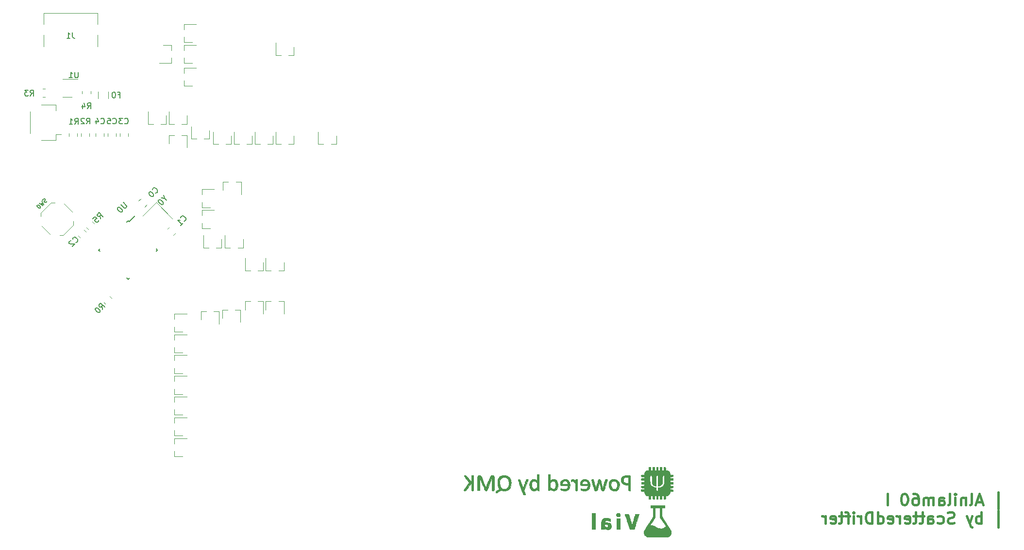
<source format=gbr>
G04 #@! TF.GenerationSoftware,KiCad,Pcbnew,(6.0.4)*
G04 #@! TF.CreationDate,2022-03-30T13:56:44+02:00*
G04 #@! TF.ProjectId,pcb,7063622e-6b69-4636-9164-5f7063625858,rev?*
G04 #@! TF.SameCoordinates,Original*
G04 #@! TF.FileFunction,Legend,Bot*
G04 #@! TF.FilePolarity,Positive*
%FSLAX46Y46*%
G04 Gerber Fmt 4.6, Leading zero omitted, Abs format (unit mm)*
G04 Created by KiCad (PCBNEW (6.0.4)) date 2022-03-30 13:56:44*
%MOMM*%
%LPD*%
G01*
G04 APERTURE LIST*
%ADD10C,0.400000*%
%ADD11C,0.150000*%
%ADD12C,0.120000*%
%ADD13C,0.010000*%
G04 APERTURE END LIST*
D10*
X180337619Y-85656428D02*
X180337619Y-82799285D01*
X177480476Y-84418333D02*
X176528095Y-84418333D01*
X177670952Y-84989761D02*
X177004285Y-82989761D01*
X176337619Y-84989761D01*
X175385238Y-84989761D02*
X175575714Y-84894523D01*
X175670952Y-84704047D01*
X175670952Y-82989761D01*
X174623333Y-83656428D02*
X174623333Y-84989761D01*
X174623333Y-83846904D02*
X174528095Y-83751666D01*
X174337619Y-83656428D01*
X174051904Y-83656428D01*
X173861428Y-83751666D01*
X173766190Y-83942142D01*
X173766190Y-84989761D01*
X172813809Y-84989761D02*
X172813809Y-83656428D01*
X172813809Y-82989761D02*
X172909047Y-83085000D01*
X172813809Y-83180238D01*
X172718571Y-83085000D01*
X172813809Y-82989761D01*
X172813809Y-83180238D01*
X171575714Y-84989761D02*
X171766190Y-84894523D01*
X171861428Y-84704047D01*
X171861428Y-82989761D01*
X169956666Y-84989761D02*
X169956666Y-83942142D01*
X170051904Y-83751666D01*
X170242380Y-83656428D01*
X170623333Y-83656428D01*
X170813809Y-83751666D01*
X169956666Y-84894523D02*
X170147142Y-84989761D01*
X170623333Y-84989761D01*
X170813809Y-84894523D01*
X170909047Y-84704047D01*
X170909047Y-84513571D01*
X170813809Y-84323095D01*
X170623333Y-84227857D01*
X170147142Y-84227857D01*
X169956666Y-84132619D01*
X169004285Y-84989761D02*
X169004285Y-83656428D01*
X169004285Y-83846904D02*
X168909047Y-83751666D01*
X168718571Y-83656428D01*
X168432857Y-83656428D01*
X168242380Y-83751666D01*
X168147142Y-83942142D01*
X168147142Y-84989761D01*
X168147142Y-83942142D02*
X168051904Y-83751666D01*
X167861428Y-83656428D01*
X167575714Y-83656428D01*
X167385238Y-83751666D01*
X167290000Y-83942142D01*
X167290000Y-84989761D01*
X165480476Y-82989761D02*
X165861428Y-82989761D01*
X166051904Y-83085000D01*
X166147142Y-83180238D01*
X166337619Y-83465952D01*
X166432857Y-83846904D01*
X166432857Y-84608809D01*
X166337619Y-84799285D01*
X166242380Y-84894523D01*
X166051904Y-84989761D01*
X165670952Y-84989761D01*
X165480476Y-84894523D01*
X165385238Y-84799285D01*
X165290000Y-84608809D01*
X165290000Y-84132619D01*
X165385238Y-83942142D01*
X165480476Y-83846904D01*
X165670952Y-83751666D01*
X166051904Y-83751666D01*
X166242380Y-83846904D01*
X166337619Y-83942142D01*
X166432857Y-84132619D01*
X164051904Y-82989761D02*
X163861428Y-82989761D01*
X163670952Y-83085000D01*
X163575714Y-83180238D01*
X163480476Y-83370714D01*
X163385238Y-83751666D01*
X163385238Y-84227857D01*
X163480476Y-84608809D01*
X163575714Y-84799285D01*
X163670952Y-84894523D01*
X163861428Y-84989761D01*
X164051904Y-84989761D01*
X164242380Y-84894523D01*
X164337619Y-84799285D01*
X164432857Y-84608809D01*
X164528095Y-84227857D01*
X164528095Y-83751666D01*
X164432857Y-83370714D01*
X164337619Y-83180238D01*
X164242380Y-83085000D01*
X164051904Y-82989761D01*
X161004285Y-84989761D02*
X161004285Y-82989761D01*
X180337619Y-88876428D02*
X180337619Y-86019285D01*
X177385238Y-88209761D02*
X177385238Y-86209761D01*
X177385238Y-86971666D02*
X177194761Y-86876428D01*
X176813809Y-86876428D01*
X176623333Y-86971666D01*
X176528095Y-87066904D01*
X176432857Y-87257380D01*
X176432857Y-87828809D01*
X176528095Y-88019285D01*
X176623333Y-88114523D01*
X176813809Y-88209761D01*
X177194761Y-88209761D01*
X177385238Y-88114523D01*
X175766190Y-86876428D02*
X175290000Y-88209761D01*
X174813809Y-86876428D02*
X175290000Y-88209761D01*
X175480476Y-88685952D01*
X175575714Y-88781190D01*
X175766190Y-88876428D01*
X172623333Y-88114523D02*
X172337619Y-88209761D01*
X171861428Y-88209761D01*
X171670952Y-88114523D01*
X171575714Y-88019285D01*
X171480476Y-87828809D01*
X171480476Y-87638333D01*
X171575714Y-87447857D01*
X171670952Y-87352619D01*
X171861428Y-87257380D01*
X172242380Y-87162142D01*
X172432857Y-87066904D01*
X172528095Y-86971666D01*
X172623333Y-86781190D01*
X172623333Y-86590714D01*
X172528095Y-86400238D01*
X172432857Y-86305000D01*
X172242380Y-86209761D01*
X171766190Y-86209761D01*
X171480476Y-86305000D01*
X169766190Y-88114523D02*
X169956666Y-88209761D01*
X170337619Y-88209761D01*
X170528095Y-88114523D01*
X170623333Y-88019285D01*
X170718571Y-87828809D01*
X170718571Y-87257380D01*
X170623333Y-87066904D01*
X170528095Y-86971666D01*
X170337619Y-86876428D01*
X169956666Y-86876428D01*
X169766190Y-86971666D01*
X168051904Y-88209761D02*
X168051904Y-87162142D01*
X168147142Y-86971666D01*
X168337619Y-86876428D01*
X168718571Y-86876428D01*
X168909047Y-86971666D01*
X168051904Y-88114523D02*
X168242380Y-88209761D01*
X168718571Y-88209761D01*
X168909047Y-88114523D01*
X169004285Y-87924047D01*
X169004285Y-87733571D01*
X168909047Y-87543095D01*
X168718571Y-87447857D01*
X168242380Y-87447857D01*
X168051904Y-87352619D01*
X167385238Y-86876428D02*
X166623333Y-86876428D01*
X167099523Y-86209761D02*
X167099523Y-87924047D01*
X167004285Y-88114523D01*
X166813809Y-88209761D01*
X166623333Y-88209761D01*
X166242380Y-86876428D02*
X165480476Y-86876428D01*
X165956666Y-86209761D02*
X165956666Y-87924047D01*
X165861428Y-88114523D01*
X165670952Y-88209761D01*
X165480476Y-88209761D01*
X164051904Y-88114523D02*
X164242380Y-88209761D01*
X164623333Y-88209761D01*
X164813809Y-88114523D01*
X164909047Y-87924047D01*
X164909047Y-87162142D01*
X164813809Y-86971666D01*
X164623333Y-86876428D01*
X164242380Y-86876428D01*
X164051904Y-86971666D01*
X163956666Y-87162142D01*
X163956666Y-87352619D01*
X164909047Y-87543095D01*
X163099523Y-88209761D02*
X163099523Y-86876428D01*
X163099523Y-87257380D02*
X163004285Y-87066904D01*
X162909047Y-86971666D01*
X162718571Y-86876428D01*
X162528095Y-86876428D01*
X161099523Y-88114523D02*
X161290000Y-88209761D01*
X161670952Y-88209761D01*
X161861428Y-88114523D01*
X161956666Y-87924047D01*
X161956666Y-87162142D01*
X161861428Y-86971666D01*
X161670952Y-86876428D01*
X161290000Y-86876428D01*
X161099523Y-86971666D01*
X161004285Y-87162142D01*
X161004285Y-87352619D01*
X161956666Y-87543095D01*
X159290000Y-88209761D02*
X159290000Y-86209761D01*
X159290000Y-88114523D02*
X159480476Y-88209761D01*
X159861428Y-88209761D01*
X160051904Y-88114523D01*
X160147142Y-88019285D01*
X160242380Y-87828809D01*
X160242380Y-87257380D01*
X160147142Y-87066904D01*
X160051904Y-86971666D01*
X159861428Y-86876428D01*
X159480476Y-86876428D01*
X159290000Y-86971666D01*
X158337619Y-88209761D02*
X158337619Y-86209761D01*
X157861428Y-86209761D01*
X157575714Y-86305000D01*
X157385238Y-86495476D01*
X157290000Y-86685952D01*
X157194761Y-87066904D01*
X157194761Y-87352619D01*
X157290000Y-87733571D01*
X157385238Y-87924047D01*
X157575714Y-88114523D01*
X157861428Y-88209761D01*
X158337619Y-88209761D01*
X156337619Y-88209761D02*
X156337619Y-86876428D01*
X156337619Y-87257380D02*
X156242380Y-87066904D01*
X156147142Y-86971666D01*
X155956666Y-86876428D01*
X155766190Y-86876428D01*
X155099523Y-88209761D02*
X155099523Y-86876428D01*
X155099523Y-86209761D02*
X155194761Y-86305000D01*
X155099523Y-86400238D01*
X155004285Y-86305000D01*
X155099523Y-86209761D01*
X155099523Y-86400238D01*
X154432857Y-86876428D02*
X153670952Y-86876428D01*
X154147142Y-88209761D02*
X154147142Y-86495476D01*
X154051904Y-86305000D01*
X153861428Y-86209761D01*
X153670952Y-86209761D01*
X153290000Y-86876428D02*
X152528095Y-86876428D01*
X153004285Y-86209761D02*
X153004285Y-87924047D01*
X152909047Y-88114523D01*
X152718571Y-88209761D01*
X152528095Y-88209761D01*
X151099523Y-88114523D02*
X151290000Y-88209761D01*
X151670952Y-88209761D01*
X151861428Y-88114523D01*
X151956666Y-87924047D01*
X151956666Y-87162142D01*
X151861428Y-86971666D01*
X151670952Y-86876428D01*
X151290000Y-86876428D01*
X151099523Y-86971666D01*
X151004285Y-87162142D01*
X151004285Y-87352619D01*
X151956666Y-87543095D01*
X150147142Y-88209761D02*
X150147142Y-86876428D01*
X150147142Y-87257380D02*
X150051904Y-87066904D01*
X149956666Y-86971666D01*
X149766190Y-86876428D01*
X149575714Y-86876428D01*
D11*
X23816666Y-18357142D02*
X23864285Y-18404761D01*
X24007142Y-18452380D01*
X24102380Y-18452380D01*
X24245238Y-18404761D01*
X24340476Y-18309523D01*
X24388095Y-18214285D01*
X24435714Y-18023809D01*
X24435714Y-17880952D01*
X24388095Y-17690476D01*
X24340476Y-17595238D01*
X24245238Y-17500000D01*
X24102380Y-17452380D01*
X24007142Y-17452380D01*
X23864285Y-17500000D01*
X23816666Y-17547619D01*
X22959523Y-17785714D02*
X22959523Y-18452380D01*
X23197619Y-17404761D02*
X23435714Y-18119047D01*
X22816666Y-18119047D01*
X33370388Y-30534687D02*
X33437731Y-30534687D01*
X33572418Y-30467343D01*
X33639762Y-30400000D01*
X33707105Y-30265312D01*
X33707105Y-30130625D01*
X33673434Y-30029610D01*
X33572418Y-29861251D01*
X33471403Y-29760236D01*
X33303044Y-29659221D01*
X33202029Y-29625549D01*
X33067342Y-29625549D01*
X32932655Y-29692893D01*
X32865311Y-29760236D01*
X32797968Y-29894923D01*
X32797968Y-29962267D01*
X32292892Y-30332656D02*
X32225548Y-30400000D01*
X32191876Y-30501015D01*
X32191876Y-30568358D01*
X32225548Y-30669374D01*
X32326563Y-30837732D01*
X32494922Y-31006091D01*
X32663281Y-31107106D01*
X32764296Y-31140778D01*
X32831640Y-31140778D01*
X32932655Y-31107106D01*
X32999998Y-31039763D01*
X33033670Y-30938748D01*
X33033670Y-30871404D01*
X32999998Y-30770389D01*
X32898983Y-30602030D01*
X32730624Y-30433671D01*
X32562266Y-30332656D01*
X32461250Y-30298984D01*
X32393907Y-30298984D01*
X32292892Y-30332656D01*
X23787732Y-35052030D02*
X23686717Y-34479610D01*
X24191793Y-34647969D02*
X23484687Y-33940862D01*
X23215312Y-34210236D01*
X23181641Y-34311251D01*
X23181641Y-34378595D01*
X23215312Y-34479610D01*
X23316328Y-34580625D01*
X23417343Y-34614297D01*
X23484687Y-34614297D01*
X23585702Y-34580625D01*
X23855076Y-34311251D01*
X22440862Y-34984687D02*
X22777580Y-34647969D01*
X23147969Y-34951015D01*
X23080625Y-34951015D01*
X22979610Y-34984687D01*
X22811251Y-35153045D01*
X22777580Y-35254061D01*
X22777580Y-35321404D01*
X22811251Y-35422419D01*
X22979610Y-35590778D01*
X23080625Y-35624450D01*
X23147969Y-35624450D01*
X23248984Y-35590778D01*
X23417343Y-35422419D01*
X23451015Y-35321404D01*
X23451015Y-35254061D01*
X11516666Y-13552380D02*
X11850000Y-13076190D01*
X12088095Y-13552380D02*
X12088095Y-12552380D01*
X11707142Y-12552380D01*
X11611904Y-12600000D01*
X11564285Y-12647619D01*
X11516666Y-12742857D01*
X11516666Y-12885714D01*
X11564285Y-12980952D01*
X11611904Y-13028571D01*
X11707142Y-13076190D01*
X12088095Y-13076190D01*
X11183333Y-12552380D02*
X10564285Y-12552380D01*
X10897619Y-12933333D01*
X10754761Y-12933333D01*
X10659523Y-12980952D01*
X10611904Y-13028571D01*
X10564285Y-13123809D01*
X10564285Y-13361904D01*
X10611904Y-13457142D01*
X10659523Y-13504761D01*
X10754761Y-13552380D01*
X11040476Y-13552380D01*
X11135714Y-13504761D01*
X11183333Y-13457142D01*
X19266666Y-18502380D02*
X19600000Y-18026190D01*
X19838095Y-18502380D02*
X19838095Y-17502380D01*
X19457142Y-17502380D01*
X19361904Y-17550000D01*
X19314285Y-17597619D01*
X19266666Y-17692857D01*
X19266666Y-17835714D01*
X19314285Y-17930952D01*
X19361904Y-17978571D01*
X19457142Y-18026190D01*
X19838095Y-18026190D01*
X18314285Y-18502380D02*
X18885714Y-18502380D01*
X18600000Y-18502380D02*
X18600000Y-17502380D01*
X18695238Y-17645238D01*
X18790476Y-17740476D01*
X18885714Y-17788095D01*
X19470389Y-39134687D02*
X19537732Y-39134687D01*
X19672419Y-39067343D01*
X19739763Y-39000000D01*
X19807106Y-38865312D01*
X19807106Y-38730625D01*
X19773435Y-38629610D01*
X19672419Y-38461251D01*
X19571404Y-38360236D01*
X19403045Y-38259221D01*
X19302030Y-38225549D01*
X19167343Y-38225549D01*
X19032656Y-38292893D01*
X18965312Y-38360236D01*
X18897969Y-38494923D01*
X18897969Y-38562267D01*
X18628595Y-38831641D02*
X18561251Y-38831641D01*
X18460236Y-38865312D01*
X18291877Y-39033671D01*
X18258206Y-39134687D01*
X18258206Y-39202030D01*
X18291877Y-39303045D01*
X18359221Y-39370389D01*
X18493908Y-39437732D01*
X19302030Y-39437732D01*
X18864297Y-39875465D01*
X27701522Y-32174027D02*
X28273942Y-32746447D01*
X28307614Y-32847462D01*
X28307614Y-32914806D01*
X28273942Y-33015821D01*
X28139255Y-33150508D01*
X28038240Y-33184180D01*
X27970896Y-33184180D01*
X27869881Y-33150508D01*
X27297461Y-32578088D01*
X26826057Y-33049493D02*
X26758713Y-33116836D01*
X26725042Y-33217852D01*
X26725042Y-33285195D01*
X26758713Y-33386210D01*
X26859729Y-33554569D01*
X27028087Y-33722928D01*
X27196446Y-33823943D01*
X27297461Y-33857615D01*
X27364805Y-33857615D01*
X27465820Y-33823943D01*
X27533164Y-33756600D01*
X27566835Y-33655584D01*
X27566835Y-33588241D01*
X27533164Y-33487226D01*
X27432148Y-33318867D01*
X27263790Y-33150508D01*
X27095431Y-33049493D01*
X26994416Y-33015821D01*
X26927072Y-33015821D01*
X26826057Y-33049493D01*
X34919881Y-31496446D02*
X35256599Y-31833164D01*
X34785194Y-30890355D02*
X34919881Y-31496446D01*
X34313790Y-31361759D01*
X33943400Y-31732148D02*
X33876057Y-31799492D01*
X33842385Y-31900507D01*
X33842385Y-31967851D01*
X33876057Y-32068866D01*
X33977072Y-32237225D01*
X34145431Y-32405583D01*
X34313790Y-32506599D01*
X34414805Y-32540270D01*
X34482148Y-32540270D01*
X34583164Y-32506599D01*
X34650507Y-32439255D01*
X34684179Y-32338240D01*
X34684179Y-32270896D01*
X34650507Y-32169881D01*
X34549492Y-32001522D01*
X34381133Y-31833164D01*
X34212774Y-31732148D01*
X34111759Y-31698477D01*
X34044416Y-31698477D01*
X33943400Y-31732148D01*
X27966666Y-18357142D02*
X28014285Y-18404761D01*
X28157142Y-18452380D01*
X28252380Y-18452380D01*
X28395238Y-18404761D01*
X28490476Y-18309523D01*
X28538095Y-18214285D01*
X28585714Y-18023809D01*
X28585714Y-17880952D01*
X28538095Y-17690476D01*
X28490476Y-17595238D01*
X28395238Y-17500000D01*
X28252380Y-17452380D01*
X28157142Y-17452380D01*
X28014285Y-17500000D01*
X27966666Y-17547619D01*
X27633333Y-17452380D02*
X27014285Y-17452380D01*
X27347619Y-17833333D01*
X27204761Y-17833333D01*
X27109523Y-17880952D01*
X27061904Y-17928571D01*
X27014285Y-18023809D01*
X27014285Y-18261904D01*
X27061904Y-18357142D01*
X27109523Y-18404761D01*
X27204761Y-18452380D01*
X27490476Y-18452380D01*
X27585714Y-18404761D01*
X27633333Y-18357142D01*
X24087732Y-50852030D02*
X23986717Y-50279610D01*
X24491793Y-50447969D02*
X23784687Y-49740862D01*
X23515312Y-50010236D01*
X23481641Y-50111251D01*
X23481641Y-50178595D01*
X23515312Y-50279610D01*
X23616328Y-50380625D01*
X23717343Y-50414297D01*
X23784687Y-50414297D01*
X23885702Y-50380625D01*
X24155076Y-50111251D01*
X22942893Y-50582656D02*
X22875549Y-50650000D01*
X22841877Y-50751015D01*
X22841877Y-50818358D01*
X22875549Y-50919374D01*
X22976564Y-51087732D01*
X23144923Y-51256091D01*
X23313282Y-51357106D01*
X23414297Y-51390778D01*
X23481641Y-51390778D01*
X23582656Y-51357106D01*
X23650000Y-51289763D01*
X23683671Y-51188748D01*
X23683671Y-51121404D01*
X23649999Y-51020389D01*
X23548984Y-50852030D01*
X23380625Y-50683671D01*
X23212267Y-50582656D01*
X23111251Y-50548984D01*
X23043908Y-50548984D01*
X22942893Y-50582656D01*
X25916666Y-18357142D02*
X25964285Y-18404761D01*
X26107142Y-18452380D01*
X26202380Y-18452380D01*
X26345238Y-18404761D01*
X26440476Y-18309523D01*
X26488095Y-18214285D01*
X26535714Y-18023809D01*
X26535714Y-17880952D01*
X26488095Y-17690476D01*
X26440476Y-17595238D01*
X26345238Y-17500000D01*
X26202380Y-17452380D01*
X26107142Y-17452380D01*
X25964285Y-17500000D01*
X25916666Y-17547619D01*
X25011904Y-17452380D02*
X25488095Y-17452380D01*
X25535714Y-17928571D01*
X25488095Y-17880952D01*
X25392857Y-17833333D01*
X25154761Y-17833333D01*
X25059523Y-17880952D01*
X25011904Y-17928571D01*
X24964285Y-18023809D01*
X24964285Y-18261904D01*
X25011904Y-18357142D01*
X25059523Y-18404761D01*
X25154761Y-18452380D01*
X25392857Y-18452380D01*
X25488095Y-18404761D01*
X25535714Y-18357142D01*
X21466666Y-15802380D02*
X21800000Y-15326190D01*
X22038095Y-15802380D02*
X22038095Y-14802380D01*
X21657142Y-14802380D01*
X21561904Y-14850000D01*
X21514285Y-14897619D01*
X21466666Y-14992857D01*
X21466666Y-15135714D01*
X21514285Y-15230952D01*
X21561904Y-15278571D01*
X21657142Y-15326190D01*
X22038095Y-15326190D01*
X20609523Y-15135714D02*
X20609523Y-15802380D01*
X20847619Y-14754761D02*
X21085714Y-15469047D01*
X20466666Y-15469047D01*
X19861904Y-9402380D02*
X19861904Y-10211904D01*
X19814285Y-10307142D01*
X19766666Y-10354761D01*
X19671428Y-10402380D01*
X19480952Y-10402380D01*
X19385714Y-10354761D01*
X19338095Y-10307142D01*
X19290476Y-10211904D01*
X19290476Y-9402380D01*
X18290476Y-10402380D02*
X18861904Y-10402380D01*
X18576190Y-10402380D02*
X18576190Y-9402380D01*
X18671428Y-9545238D01*
X18766666Y-9640476D01*
X18861904Y-9688095D01*
X21316666Y-18452380D02*
X21650000Y-17976190D01*
X21888095Y-18452380D02*
X21888095Y-17452380D01*
X21507142Y-17452380D01*
X21411904Y-17500000D01*
X21364285Y-17547619D01*
X21316666Y-17642857D01*
X21316666Y-17785714D01*
X21364285Y-17880952D01*
X21411904Y-17928571D01*
X21507142Y-17976190D01*
X21888095Y-17976190D01*
X20935714Y-17547619D02*
X20888095Y-17500000D01*
X20792857Y-17452380D01*
X20554761Y-17452380D01*
X20459523Y-17500000D01*
X20411904Y-17547619D01*
X20364285Y-17642857D01*
X20364285Y-17738095D01*
X20411904Y-17880952D01*
X20983333Y-18452380D01*
X20364285Y-18452380D01*
X26833333Y-13378571D02*
X27166666Y-13378571D01*
X27166666Y-13902380D02*
X27166666Y-12902380D01*
X26690476Y-12902380D01*
X26119047Y-12902380D02*
X26023809Y-12902380D01*
X25928571Y-12950000D01*
X25880952Y-12997619D01*
X25833333Y-13092857D01*
X25785714Y-13283333D01*
X25785714Y-13521428D01*
X25833333Y-13711904D01*
X25880952Y-13807142D01*
X25928571Y-13854761D01*
X26023809Y-13902380D01*
X26119047Y-13902380D01*
X26214285Y-13854761D01*
X26261904Y-13807142D01*
X26309523Y-13711904D01*
X26357142Y-13521428D01*
X26357142Y-13283333D01*
X26309523Y-13092857D01*
X26261904Y-12997619D01*
X26214285Y-12950000D01*
X26119047Y-12902380D01*
X18883333Y-2502380D02*
X18883333Y-3216666D01*
X18930952Y-3359523D01*
X19026190Y-3454761D01*
X19169047Y-3502380D01*
X19264285Y-3502380D01*
X17883333Y-3502380D02*
X18454761Y-3502380D01*
X18169047Y-3502380D02*
X18169047Y-2502380D01*
X18264285Y-2645238D01*
X18359523Y-2740476D01*
X18454761Y-2788095D01*
X14408663Y-31938730D02*
X14361522Y-32033011D01*
X14243671Y-32150862D01*
X14172960Y-32174432D01*
X14125820Y-32174432D01*
X14055109Y-32150862D01*
X14007969Y-32103722D01*
X13984399Y-32033011D01*
X13984399Y-31985871D01*
X14007969Y-31915160D01*
X14078680Y-31797309D01*
X14102250Y-31726598D01*
X14102250Y-31679458D01*
X14078680Y-31608747D01*
X14031539Y-31561606D01*
X13960828Y-31538036D01*
X13913688Y-31538036D01*
X13842977Y-31561606D01*
X13725126Y-31679458D01*
X13677986Y-31773739D01*
X13489424Y-31915160D02*
X13866548Y-32527986D01*
X13418713Y-32268713D01*
X13677986Y-32716548D01*
X13065160Y-32339424D01*
X12782317Y-32622267D02*
X12735177Y-32669407D01*
X12711606Y-32740118D01*
X12711606Y-32787258D01*
X12735177Y-32857969D01*
X12805887Y-32975820D01*
X12923739Y-33093671D01*
X13041590Y-33164382D01*
X13112300Y-33187952D01*
X13159441Y-33187952D01*
X13230151Y-33164382D01*
X13277292Y-33117241D01*
X13300862Y-33046531D01*
X13300862Y-32999390D01*
X13277292Y-32928680D01*
X13206581Y-32810828D01*
X13088730Y-32692977D01*
X12970879Y-32622267D01*
X12900168Y-32598696D01*
X12853028Y-32598696D01*
X12782317Y-32622267D01*
X38320389Y-35434687D02*
X38387732Y-35434687D01*
X38522419Y-35367343D01*
X38589763Y-35300000D01*
X38657106Y-35165312D01*
X38657106Y-35030625D01*
X38623435Y-34929610D01*
X38522419Y-34761251D01*
X38421404Y-34660236D01*
X38253045Y-34559221D01*
X38152030Y-34525549D01*
X38017343Y-34525549D01*
X37882656Y-34592893D01*
X37815312Y-34660236D01*
X37747969Y-34794923D01*
X37747969Y-34862267D01*
X37714297Y-36175465D02*
X38118358Y-35771404D01*
X37916328Y-35973435D02*
X37209221Y-35266328D01*
X37377580Y-35300000D01*
X37512267Y-35300000D01*
X37613282Y-35266328D01*
D12*
X48180000Y-50890000D02*
X48180000Y-53050000D01*
X48180000Y-50890000D02*
X47250000Y-50890000D01*
X45020000Y-50890000D02*
X45950000Y-50890000D01*
X45020000Y-50890000D02*
X45020000Y-52350000D01*
X36640000Y-55220000D02*
X36640000Y-56150000D01*
X36640000Y-58380000D02*
X36640000Y-57450000D01*
X36640000Y-55220000D02*
X38800000Y-55220000D01*
X36640000Y-58380000D02*
X38100000Y-58380000D01*
X41270000Y-51190000D02*
X41270000Y-52650000D01*
X44430000Y-51190000D02*
X43500000Y-51190000D01*
X41270000Y-51190000D02*
X42200000Y-51190000D01*
X44430000Y-51190000D02*
X44430000Y-53350000D01*
X22915000Y-20611252D02*
X22915000Y-20088748D01*
X24385000Y-20611252D02*
X24385000Y-20088748D01*
X53830000Y-22010000D02*
X53830000Y-20550000D01*
X50670000Y-22010000D02*
X51600000Y-22010000D01*
X50670000Y-22010000D02*
X50670000Y-19850000D01*
X53830000Y-22010000D02*
X52900000Y-22010000D01*
X31434990Y-32954457D02*
X31804457Y-32584990D01*
X30395543Y-31915010D02*
X30765010Y-31545543D01*
X35670000Y-18460000D02*
X36600000Y-18460000D01*
X35670000Y-18460000D02*
X35670000Y-16300000D01*
X38830000Y-18460000D02*
X38830000Y-17000000D01*
X38830000Y-18460000D02*
X37900000Y-18460000D01*
X22680282Y-35840835D02*
X22359165Y-35519718D01*
X21640835Y-36880282D02*
X21319718Y-36559165D01*
X32070000Y-18460000D02*
X32070000Y-16300000D01*
X35230000Y-18460000D02*
X35230000Y-17000000D01*
X32070000Y-18460000D02*
X33000000Y-18460000D01*
X35230000Y-18460000D02*
X34300000Y-18460000D01*
X38290000Y-11830000D02*
X38290000Y-10900000D01*
X38290000Y-11830000D02*
X39750000Y-11830000D01*
X38290000Y-8670000D02*
X38290000Y-9600000D01*
X38290000Y-8670000D02*
X40450000Y-8670000D01*
X36640000Y-51620000D02*
X38800000Y-51620000D01*
X36640000Y-54780000D02*
X38100000Y-54780000D01*
X36640000Y-54780000D02*
X36640000Y-53850000D01*
X36640000Y-51620000D02*
X36640000Y-52550000D01*
X45470000Y-40060000D02*
X45470000Y-37900000D01*
X45470000Y-40060000D02*
X46400000Y-40060000D01*
X48630000Y-40060000D02*
X47700000Y-40060000D01*
X48630000Y-40060000D02*
X48630000Y-38600000D01*
X55730000Y-44060000D02*
X54800000Y-44060000D01*
X55730000Y-44060000D02*
X55730000Y-42600000D01*
X52570000Y-44060000D02*
X52570000Y-41900000D01*
X52570000Y-44060000D02*
X53500000Y-44060000D01*
X14127064Y-13785000D02*
X13672936Y-13785000D01*
X14127064Y-12315000D02*
X13672936Y-12315000D01*
X19735000Y-20122936D02*
X19735000Y-20577064D01*
X18265000Y-20122936D02*
X18265000Y-20577064D01*
X38290000Y-7830000D02*
X39750000Y-7830000D01*
X38290000Y-7830000D02*
X38290000Y-6900000D01*
X38290000Y-4670000D02*
X38290000Y-5600000D01*
X38290000Y-4670000D02*
X40450000Y-4670000D01*
X21254457Y-37315010D02*
X20884990Y-36945543D01*
X20215010Y-38354457D02*
X19845543Y-37984990D01*
D11*
X23448476Y-40481250D02*
X23678286Y-40251440D01*
X28734099Y-35513825D02*
X29741726Y-34506198D01*
X28575000Y-35354726D02*
X28345190Y-35584536D01*
X28575000Y-45607774D02*
X28804810Y-45377964D01*
X23448476Y-40481250D02*
X23678286Y-40711060D01*
X33701524Y-40481250D02*
X33471714Y-40251440D01*
X28575000Y-45607774D02*
X28345190Y-45377964D01*
X28575000Y-35354726D02*
X28734099Y-35513825D01*
X33701524Y-40481250D02*
X33471714Y-40711060D01*
D12*
X33502513Y-32169060D02*
X36330940Y-34997487D01*
X31169060Y-34502513D02*
X33502513Y-32169060D01*
X28585000Y-20611252D02*
X28585000Y-20088748D01*
X27115000Y-20611252D02*
X27115000Y-20088748D01*
X15935000Y-20260000D02*
X16925000Y-20260000D01*
X15935000Y-15090000D02*
X15935000Y-16140000D01*
X13435000Y-15090000D02*
X15935000Y-15090000D01*
X15935000Y-21310000D02*
X15935000Y-20260000D01*
X13435000Y-21310000D02*
X15935000Y-21310000D01*
X11465000Y-20140000D02*
X11465000Y-16260000D01*
X25680282Y-48890835D02*
X25359165Y-48569718D01*
X24640835Y-49930282D02*
X24319718Y-49609165D01*
X50180000Y-22010000D02*
X49250000Y-22010000D01*
X47020000Y-22010000D02*
X47020000Y-19850000D01*
X47020000Y-22010000D02*
X47950000Y-22010000D01*
X50180000Y-22010000D02*
X50180000Y-20550000D01*
X41440000Y-33520000D02*
X43600000Y-33520000D01*
X41440000Y-33520000D02*
X41440000Y-34450000D01*
X41440000Y-36680000D02*
X41440000Y-35750000D01*
X41440000Y-36680000D02*
X42900000Y-36680000D01*
X48970000Y-49440000D02*
X49900000Y-49440000D01*
X52130000Y-49440000D02*
X52130000Y-51600000D01*
X48970000Y-49440000D02*
X48970000Y-50900000D01*
X52130000Y-49440000D02*
X51200000Y-49440000D01*
X36640000Y-72880000D02*
X36640000Y-71950000D01*
X36640000Y-69720000D02*
X36640000Y-70650000D01*
X36640000Y-72880000D02*
X38100000Y-72880000D01*
X36640000Y-69720000D02*
X38800000Y-69720000D01*
X41440000Y-33030000D02*
X41440000Y-32100000D01*
X41440000Y-29870000D02*
X41440000Y-30800000D01*
X41440000Y-29870000D02*
X43600000Y-29870000D01*
X41440000Y-33030000D02*
X42900000Y-33030000D01*
X25015000Y-20611252D02*
X25015000Y-20088748D01*
X26485000Y-20611252D02*
X26485000Y-20088748D01*
X57480000Y-6460000D02*
X56550000Y-6460000D01*
X54320000Y-6460000D02*
X54320000Y-4300000D01*
X54320000Y-6460000D02*
X55250000Y-6460000D01*
X57480000Y-6460000D02*
X57480000Y-5000000D01*
G36*
X106198268Y-80494925D02*
G01*
X106337390Y-80560414D01*
X106469701Y-80682081D01*
X106567884Y-80793904D01*
X106577602Y-80659890D01*
X106587319Y-80525876D01*
X106738132Y-80516198D01*
X106888944Y-80506521D01*
X106888944Y-81471344D01*
X106888833Y-81567080D01*
X106887583Y-81801537D01*
X106885088Y-82012265D01*
X106881532Y-82191308D01*
X106877096Y-82330714D01*
X106871962Y-82422529D01*
X106866314Y-82458798D01*
X106853891Y-82464849D01*
X106790970Y-82473094D01*
X106699627Y-82472027D01*
X106555569Y-82462626D01*
X106538321Y-81199262D01*
X106429916Y-81051584D01*
X106422600Y-81041679D01*
X106324457Y-80925782D01*
X106231094Y-80859214D01*
X106124231Y-80833235D01*
X105985592Y-80839103D01*
X105809444Y-80859805D01*
X105809444Y-80701895D01*
X105819451Y-80590775D01*
X105857579Y-80521685D01*
X105935013Y-80487465D01*
X106062934Y-80478251D01*
X106198268Y-80494925D01*
G37*
D13*
X106198268Y-80494925D02*
X106337390Y-80560414D01*
X106469701Y-80682081D01*
X106567884Y-80793904D01*
X106577602Y-80659890D01*
X106587319Y-80525876D01*
X106738132Y-80516198D01*
X106888944Y-80506521D01*
X106888944Y-81471344D01*
X106888833Y-81567080D01*
X106887583Y-81801537D01*
X106885088Y-82012265D01*
X106881532Y-82191308D01*
X106877096Y-82330714D01*
X106871962Y-82422529D01*
X106866314Y-82458798D01*
X106853891Y-82464849D01*
X106790970Y-82473094D01*
X106699627Y-82472027D01*
X106555569Y-82462626D01*
X106538321Y-81199262D01*
X106429916Y-81051584D01*
X106422600Y-81041679D01*
X106324457Y-80925782D01*
X106231094Y-80859214D01*
X106124231Y-80833235D01*
X105985592Y-80839103D01*
X105809444Y-80859805D01*
X105809444Y-80701895D01*
X105819451Y-80590775D01*
X105857579Y-80521685D01*
X105935013Y-80487465D01*
X106062934Y-80478251D01*
X106198268Y-80494925D01*
G36*
X109095542Y-81493926D02*
G01*
X109080042Y-81728164D01*
X109062473Y-81822087D01*
X108986435Y-82050899D01*
X108869091Y-82232714D01*
X108708492Y-82370020D01*
X108502692Y-82465303D01*
X108445241Y-82480348D01*
X108290533Y-82498591D01*
X108111664Y-82497916D01*
X107926050Y-82480381D01*
X107751104Y-82448043D01*
X107604240Y-82402960D01*
X107502873Y-82347188D01*
X107494584Y-82338803D01*
X107466757Y-82270191D01*
X107463438Y-82181355D01*
X107486809Y-82105128D01*
X107491630Y-82098849D01*
X107525395Y-82085881D01*
X107590675Y-82095963D01*
X107700635Y-82130667D01*
X107818048Y-82163608D01*
X107991714Y-82191358D01*
X108164578Y-82199249D01*
X108317012Y-82186678D01*
X108429386Y-82153042D01*
X108496729Y-82110691D01*
X108617666Y-81984787D01*
X108698196Y-81824341D01*
X108729051Y-81645063D01*
X108730444Y-81557751D01*
X108101794Y-81557751D01*
X107881360Y-81556609D01*
X107691824Y-81552493D01*
X107557241Y-81545132D01*
X107473139Y-81534269D01*
X107435044Y-81519651D01*
X107415439Y-81481954D01*
X107400395Y-81388858D01*
X107399955Y-81265993D01*
X107401805Y-81248188D01*
X107746372Y-81248188D01*
X107746469Y-81252299D01*
X107753562Y-81272325D01*
X107778411Y-81286393D01*
X107830163Y-81295537D01*
X107917966Y-81300789D01*
X108050969Y-81303182D01*
X108238319Y-81303751D01*
X108308574Y-81303755D01*
X108488324Y-81302625D01*
X108613535Y-81296585D01*
X108690994Y-81281522D01*
X108727485Y-81253324D01*
X108729794Y-81207878D01*
X108704706Y-81141073D01*
X108659007Y-81048797D01*
X108608168Y-80962062D01*
X108496068Y-80844482D01*
X108356419Y-80782109D01*
X108182725Y-80771156D01*
X108181526Y-80771241D01*
X108061530Y-80786423D01*
X107978073Y-80817823D01*
X107904711Y-80875349D01*
X107839191Y-80956792D01*
X107772130Y-81100191D01*
X107746372Y-81248188D01*
X107401805Y-81248188D01*
X107413871Y-81132055D01*
X107441893Y-81005740D01*
X107494196Y-80872245D01*
X107611449Y-80702345D01*
X107770683Y-80579171D01*
X107969766Y-80504191D01*
X108206569Y-80478871D01*
X108314258Y-80484407D01*
X108538521Y-80535831D01*
X108732234Y-80637695D01*
X108888495Y-80785682D01*
X109000404Y-80975474D01*
X109021970Y-81032491D01*
X109064348Y-81207878D01*
X109075213Y-81252846D01*
X109095542Y-81493926D01*
G37*
X109095542Y-81493926D02*
X109080042Y-81728164D01*
X109062473Y-81822087D01*
X108986435Y-82050899D01*
X108869091Y-82232714D01*
X108708492Y-82370020D01*
X108502692Y-82465303D01*
X108445241Y-82480348D01*
X108290533Y-82498591D01*
X108111664Y-82497916D01*
X107926050Y-82480381D01*
X107751104Y-82448043D01*
X107604240Y-82402960D01*
X107502873Y-82347188D01*
X107494584Y-82338803D01*
X107466757Y-82270191D01*
X107463438Y-82181355D01*
X107486809Y-82105128D01*
X107491630Y-82098849D01*
X107525395Y-82085881D01*
X107590675Y-82095963D01*
X107700635Y-82130667D01*
X107818048Y-82163608D01*
X107991714Y-82191358D01*
X108164578Y-82199249D01*
X108317012Y-82186678D01*
X108429386Y-82153042D01*
X108496729Y-82110691D01*
X108617666Y-81984787D01*
X108698196Y-81824341D01*
X108729051Y-81645063D01*
X108730444Y-81557751D01*
X108101794Y-81557751D01*
X107881360Y-81556609D01*
X107691824Y-81552493D01*
X107557241Y-81545132D01*
X107473139Y-81534269D01*
X107435044Y-81519651D01*
X107415439Y-81481954D01*
X107400395Y-81388858D01*
X107399955Y-81265993D01*
X107401805Y-81248188D01*
X107746372Y-81248188D01*
X107746469Y-81252299D01*
X107753562Y-81272325D01*
X107778411Y-81286393D01*
X107830163Y-81295537D01*
X107917966Y-81300789D01*
X108050969Y-81303182D01*
X108238319Y-81303751D01*
X108308574Y-81303755D01*
X108488324Y-81302625D01*
X108613535Y-81296585D01*
X108690994Y-81281522D01*
X108727485Y-81253324D01*
X108729794Y-81207878D01*
X108704706Y-81141073D01*
X108659007Y-81048797D01*
X108608168Y-80962062D01*
X108496068Y-80844482D01*
X108356419Y-80782109D01*
X108182725Y-80771156D01*
X108181526Y-80771241D01*
X108061530Y-80786423D01*
X107978073Y-80817823D01*
X107904711Y-80875349D01*
X107839191Y-80956792D01*
X107772130Y-81100191D01*
X107746372Y-81248188D01*
X107401805Y-81248188D01*
X107413871Y-81132055D01*
X107441893Y-81005740D01*
X107494196Y-80872245D01*
X107611449Y-80702345D01*
X107770683Y-80579171D01*
X107969766Y-80504191D01*
X108206569Y-80478871D01*
X108314258Y-80484407D01*
X108538521Y-80535831D01*
X108732234Y-80637695D01*
X108888495Y-80785682D01*
X109000404Y-80975474D01*
X109021970Y-81032491D01*
X109064348Y-81207878D01*
X109075213Y-81252846D01*
X109095542Y-81493926D01*
G36*
X89861204Y-79812627D02*
G01*
X89972323Y-79827860D01*
X90049758Y-79857688D01*
X90075459Y-79890719D01*
X90125912Y-79983269D01*
X90196771Y-80131514D01*
X90287084Y-80333367D01*
X90395893Y-80586745D01*
X90522246Y-80889563D01*
X90593513Y-81061588D01*
X90685769Y-81281884D01*
X90768775Y-81477369D01*
X90839584Y-81641246D01*
X90895252Y-81766717D01*
X90932832Y-81846984D01*
X90949380Y-81875251D01*
X90958546Y-81860919D01*
X90989284Y-81794871D01*
X91038261Y-81681381D01*
X91102621Y-81527307D01*
X91179508Y-81339510D01*
X91266068Y-81124849D01*
X91359443Y-80890185D01*
X91462414Y-80631543D01*
X91560881Y-80389254D01*
X91641305Y-80198196D01*
X91705692Y-80053895D01*
X91756047Y-79951876D01*
X91794376Y-79887665D01*
X91822685Y-79856786D01*
X91864606Y-79836622D01*
X91964518Y-79818438D01*
X92113202Y-79817913D01*
X92229926Y-79825299D01*
X92300943Y-79838707D01*
X92342014Y-79863915D01*
X92369980Y-79906751D01*
X92378456Y-79941942D01*
X92388170Y-80036269D01*
X92396332Y-80177529D01*
X92402936Y-80357227D01*
X92407978Y-80566871D01*
X92411453Y-80797968D01*
X92413357Y-81042024D01*
X92413684Y-81290546D01*
X92412429Y-81535041D01*
X92409589Y-81767015D01*
X92405157Y-81977976D01*
X92399129Y-82159431D01*
X92391501Y-82302886D01*
X92382267Y-82399847D01*
X92371422Y-82441823D01*
X92361853Y-82449116D01*
X92291880Y-82469281D01*
X92188860Y-82471985D01*
X92045819Y-82462626D01*
X92014069Y-80179470D01*
X91587759Y-81289298D01*
X91580007Y-81309471D01*
X91483209Y-81560318D01*
X91392813Y-81792673D01*
X91311520Y-81999729D01*
X91242033Y-82174678D01*
X91187055Y-82310714D01*
X91149288Y-82401028D01*
X91131434Y-82438813D01*
X91120769Y-82448025D01*
X91057084Y-82469797D01*
X90966319Y-82478501D01*
X90934217Y-82477420D01*
X90849358Y-82463553D01*
X90800641Y-82438813D01*
X90799964Y-82437834D01*
X90779776Y-82395569D01*
X90739215Y-82301606D01*
X90681069Y-82162714D01*
X90608129Y-81985661D01*
X90523185Y-81777215D01*
X90429025Y-81544143D01*
X90328441Y-81293216D01*
X89886819Y-80187306D01*
X89855069Y-82462626D01*
X89505819Y-82462626D01*
X89497524Y-81187314D01*
X89496299Y-80987260D01*
X89494998Y-80700689D01*
X89494787Y-80468212D01*
X89495853Y-80283952D01*
X89498382Y-80142030D01*
X89502559Y-80036568D01*
X89508572Y-79961687D01*
X89516605Y-79911510D01*
X89526846Y-79880157D01*
X89539479Y-79861751D01*
X89550830Y-79852710D01*
X89627949Y-79825231D01*
X89738910Y-79811810D01*
X89861204Y-79812627D01*
G37*
X89861204Y-79812627D02*
X89972323Y-79827860D01*
X90049758Y-79857688D01*
X90075459Y-79890719D01*
X90125912Y-79983269D01*
X90196771Y-80131514D01*
X90287084Y-80333367D01*
X90395893Y-80586745D01*
X90522246Y-80889563D01*
X90593513Y-81061588D01*
X90685769Y-81281884D01*
X90768775Y-81477369D01*
X90839584Y-81641246D01*
X90895252Y-81766717D01*
X90932832Y-81846984D01*
X90949380Y-81875251D01*
X90958546Y-81860919D01*
X90989284Y-81794871D01*
X91038261Y-81681381D01*
X91102621Y-81527307D01*
X91179508Y-81339510D01*
X91266068Y-81124849D01*
X91359443Y-80890185D01*
X91462414Y-80631543D01*
X91560881Y-80389254D01*
X91641305Y-80198196D01*
X91705692Y-80053895D01*
X91756047Y-79951876D01*
X91794376Y-79887665D01*
X91822685Y-79856786D01*
X91864606Y-79836622D01*
X91964518Y-79818438D01*
X92113202Y-79817913D01*
X92229926Y-79825299D01*
X92300943Y-79838707D01*
X92342014Y-79863915D01*
X92369980Y-79906751D01*
X92378456Y-79941942D01*
X92388170Y-80036269D01*
X92396332Y-80177529D01*
X92402936Y-80357227D01*
X92407978Y-80566871D01*
X92411453Y-80797968D01*
X92413357Y-81042024D01*
X92413684Y-81290546D01*
X92412429Y-81535041D01*
X92409589Y-81767015D01*
X92405157Y-81977976D01*
X92399129Y-82159431D01*
X92391501Y-82302886D01*
X92382267Y-82399847D01*
X92371422Y-82441823D01*
X92361853Y-82449116D01*
X92291880Y-82469281D01*
X92188860Y-82471985D01*
X92045819Y-82462626D01*
X92014069Y-80179470D01*
X91587759Y-81289298D01*
X91580007Y-81309471D01*
X91483209Y-81560318D01*
X91392813Y-81792673D01*
X91311520Y-81999729D01*
X91242033Y-82174678D01*
X91187055Y-82310714D01*
X91149288Y-82401028D01*
X91131434Y-82438813D01*
X91120769Y-82448025D01*
X91057084Y-82469797D01*
X90966319Y-82478501D01*
X90934217Y-82477420D01*
X90849358Y-82463553D01*
X90800641Y-82438813D01*
X90799964Y-82437834D01*
X90779776Y-82395569D01*
X90739215Y-82301606D01*
X90681069Y-82162714D01*
X90608129Y-81985661D01*
X90523185Y-81777215D01*
X90429025Y-81544143D01*
X90328441Y-81293216D01*
X89886819Y-80187306D01*
X89855069Y-82462626D01*
X89505819Y-82462626D01*
X89497524Y-81187314D01*
X89496299Y-80987260D01*
X89494998Y-80700689D01*
X89494787Y-80468212D01*
X89495853Y-80283952D01*
X89498382Y-80142030D01*
X89502559Y-80036568D01*
X89508572Y-79961687D01*
X89516605Y-79911510D01*
X89526846Y-79880157D01*
X89539479Y-79861751D01*
X89550830Y-79852710D01*
X89627949Y-79825231D01*
X89738910Y-79811810D01*
X89861204Y-79812627D01*
G36*
X87427765Y-79806062D02*
G01*
X87436680Y-79810849D01*
X87491221Y-79858381D01*
X87576994Y-79948753D01*
X87688547Y-80075806D01*
X87820428Y-80233381D01*
X87967184Y-80415320D01*
X88426319Y-80994054D01*
X88458069Y-79829660D01*
X88553319Y-79802430D01*
X88617344Y-79791874D01*
X88735882Y-79808439D01*
X88823194Y-79841679D01*
X88823194Y-81138923D01*
X88823101Y-81256851D01*
X88822142Y-81530583D01*
X88820236Y-81781646D01*
X88817502Y-82003237D01*
X88814054Y-82188548D01*
X88810011Y-82330776D01*
X88805488Y-82423115D01*
X88800602Y-82458760D01*
X88782657Y-82466042D01*
X88714254Y-82473234D01*
X88618039Y-82471989D01*
X88458069Y-82462626D01*
X88426319Y-81140748D01*
X87968063Y-81765551D01*
X87878122Y-81887862D01*
X87755035Y-82054182D01*
X87646348Y-82199804D01*
X87557812Y-82317076D01*
X87495181Y-82398344D01*
X87464205Y-82435954D01*
X87452943Y-82444977D01*
X87383801Y-82468857D01*
X87290659Y-82475934D01*
X87195148Y-82467643D01*
X87118901Y-82445420D01*
X87083552Y-82410699D01*
X87095513Y-82379114D01*
X87141046Y-82302158D01*
X87215779Y-82188534D01*
X87314737Y-82045567D01*
X87432945Y-81880587D01*
X87565428Y-81700921D01*
X88057168Y-81043070D01*
X87598806Y-80494398D01*
X87559695Y-80447377D01*
X87421993Y-80278215D01*
X87306257Y-80130253D01*
X87217446Y-80010139D01*
X87160522Y-79924523D01*
X87140444Y-79880052D01*
X87166743Y-79829212D01*
X87236199Y-79795798D01*
X87329615Y-79786431D01*
X87427765Y-79806062D01*
G37*
X87427765Y-79806062D02*
X87436680Y-79810849D01*
X87491221Y-79858381D01*
X87576994Y-79948753D01*
X87688547Y-80075806D01*
X87820428Y-80233381D01*
X87967184Y-80415320D01*
X88426319Y-80994054D01*
X88458069Y-79829660D01*
X88553319Y-79802430D01*
X88617344Y-79791874D01*
X88735882Y-79808439D01*
X88823194Y-79841679D01*
X88823194Y-81138923D01*
X88823101Y-81256851D01*
X88822142Y-81530583D01*
X88820236Y-81781646D01*
X88817502Y-82003237D01*
X88814054Y-82188548D01*
X88810011Y-82330776D01*
X88805488Y-82423115D01*
X88800602Y-82458760D01*
X88782657Y-82466042D01*
X88714254Y-82473234D01*
X88618039Y-82471989D01*
X88458069Y-82462626D01*
X88426319Y-81140748D01*
X87968063Y-81765551D01*
X87878122Y-81887862D01*
X87755035Y-82054182D01*
X87646348Y-82199804D01*
X87557812Y-82317076D01*
X87495181Y-82398344D01*
X87464205Y-82435954D01*
X87452943Y-82444977D01*
X87383801Y-82468857D01*
X87290659Y-82475934D01*
X87195148Y-82467643D01*
X87118901Y-82445420D01*
X87083552Y-82410699D01*
X87095513Y-82379114D01*
X87141046Y-82302158D01*
X87215779Y-82188534D01*
X87314737Y-82045567D01*
X87432945Y-81880587D01*
X87565428Y-81700921D01*
X88057168Y-81043070D01*
X87598806Y-80494398D01*
X87559695Y-80447377D01*
X87421993Y-80278215D01*
X87306257Y-80130253D01*
X87217446Y-80010139D01*
X87160522Y-79924523D01*
X87140444Y-79880052D01*
X87166743Y-79829212D01*
X87236199Y-79795798D01*
X87329615Y-79786431D01*
X87427765Y-79806062D01*
G36*
X98202098Y-80510597D02*
G01*
X98275748Y-80517479D01*
X98308801Y-80536667D01*
X98316444Y-80573818D01*
X98314120Y-80587421D01*
X98293907Y-80656767D01*
X98255147Y-80774175D01*
X98200549Y-80931887D01*
X98132823Y-81122144D01*
X98054678Y-81337187D01*
X97968824Y-81569258D01*
X97621204Y-82500881D01*
X97747978Y-82823826D01*
X97789351Y-82933856D01*
X97828964Y-83051491D01*
X97852404Y-83137258D01*
X97855600Y-83177761D01*
X97854875Y-83178840D01*
X97809161Y-83199148D01*
X97726433Y-83207731D01*
X97630982Y-83205183D01*
X97547098Y-83192096D01*
X97499072Y-83169063D01*
X97491798Y-83155686D01*
X97463129Y-83087991D01*
X97417823Y-82971995D01*
X97358641Y-82815403D01*
X97288341Y-82625921D01*
X97209681Y-82411254D01*
X97125420Y-82179108D01*
X97038316Y-81937186D01*
X96951129Y-81693196D01*
X96866616Y-81454841D01*
X96787537Y-81229828D01*
X96716650Y-81025861D01*
X96656714Y-80850646D01*
X96610487Y-80711888D01*
X96580727Y-80617292D01*
X96570194Y-80574563D01*
X96570841Y-80559658D01*
X96585834Y-80527749D01*
X96632660Y-80513357D01*
X96727071Y-80510001D01*
X96781133Y-80511916D01*
X96863072Y-80523669D01*
X96904078Y-80542573D01*
X96912107Y-80561102D01*
X96939394Y-80633642D01*
X96982051Y-80751859D01*
X97036968Y-80907019D01*
X97101039Y-81090386D01*
X97171155Y-81293226D01*
X97220437Y-81434751D01*
X97286087Y-81617467D01*
X97343683Y-81771041D01*
X97390204Y-81887704D01*
X97422627Y-81959686D01*
X97437933Y-81979217D01*
X97442544Y-81969341D01*
X97466757Y-81907811D01*
X97507286Y-81799447D01*
X97560796Y-81653327D01*
X97623950Y-81478527D01*
X97693411Y-81284127D01*
X97723113Y-81200618D01*
X97790778Y-81010840D01*
X97850860Y-80842956D01*
X97899950Y-80706456D01*
X97934641Y-80610828D01*
X97951523Y-80565563D01*
X97978143Y-80532989D01*
X98037928Y-80515011D01*
X98145216Y-80510001D01*
X98202098Y-80510597D01*
G37*
X98202098Y-80510597D02*
X98275748Y-80517479D01*
X98308801Y-80536667D01*
X98316444Y-80573818D01*
X98314120Y-80587421D01*
X98293907Y-80656767D01*
X98255147Y-80774175D01*
X98200549Y-80931887D01*
X98132823Y-81122144D01*
X98054678Y-81337187D01*
X97968824Y-81569258D01*
X97621204Y-82500881D01*
X97747978Y-82823826D01*
X97789351Y-82933856D01*
X97828964Y-83051491D01*
X97852404Y-83137258D01*
X97855600Y-83177761D01*
X97854875Y-83178840D01*
X97809161Y-83199148D01*
X97726433Y-83207731D01*
X97630982Y-83205183D01*
X97547098Y-83192096D01*
X97499072Y-83169063D01*
X97491798Y-83155686D01*
X97463129Y-83087991D01*
X97417823Y-82971995D01*
X97358641Y-82815403D01*
X97288341Y-82625921D01*
X97209681Y-82411254D01*
X97125420Y-82179108D01*
X97038316Y-81937186D01*
X96951129Y-81693196D01*
X96866616Y-81454841D01*
X96787537Y-81229828D01*
X96716650Y-81025861D01*
X96656714Y-80850646D01*
X96610487Y-80711888D01*
X96580727Y-80617292D01*
X96570194Y-80574563D01*
X96570841Y-80559658D01*
X96585834Y-80527749D01*
X96632660Y-80513357D01*
X96727071Y-80510001D01*
X96781133Y-80511916D01*
X96863072Y-80523669D01*
X96904078Y-80542573D01*
X96912107Y-80561102D01*
X96939394Y-80633642D01*
X96982051Y-80751859D01*
X97036968Y-80907019D01*
X97101039Y-81090386D01*
X97171155Y-81293226D01*
X97220437Y-81434751D01*
X97286087Y-81617467D01*
X97343683Y-81771041D01*
X97390204Y-81887704D01*
X97422627Y-81959686D01*
X97437933Y-81979217D01*
X97442544Y-81969341D01*
X97466757Y-81907811D01*
X97507286Y-81799447D01*
X97560796Y-81653327D01*
X97623950Y-81478527D01*
X97693411Y-81284127D01*
X97723113Y-81200618D01*
X97790778Y-81010840D01*
X97850860Y-80842956D01*
X97899950Y-80706456D01*
X97934641Y-80610828D01*
X97951523Y-80565563D01*
X97978143Y-80532989D01*
X98037928Y-80515011D01*
X98145216Y-80510001D01*
X98202098Y-80510597D01*
G36*
X105611257Y-81600793D02*
G01*
X105570131Y-81858818D01*
X105555198Y-81912652D01*
X105478108Y-82108045D01*
X105371940Y-82255853D01*
X105226660Y-82367161D01*
X105032233Y-82453055D01*
X104842961Y-82497264D01*
X104594616Y-82503088D01*
X104312231Y-82459331D01*
X104200714Y-82429518D01*
X104068547Y-82372500D01*
X103992383Y-82301997D01*
X103967944Y-82214975D01*
X103968127Y-82202006D01*
X103981936Y-82132316D01*
X104024334Y-82099895D01*
X104104643Y-82101945D01*
X104232186Y-82135668D01*
X104322735Y-82159383D01*
X104485623Y-82187647D01*
X104636526Y-82199509D01*
X104794706Y-82189803D01*
X104968323Y-82139647D01*
X105097067Y-82045466D01*
X105182886Y-81905675D01*
X105227729Y-81718689D01*
X105246789Y-81557751D01*
X104611255Y-81557751D01*
X104469137Y-81557810D01*
X104270155Y-81556778D01*
X104122985Y-81551383D01*
X104020238Y-81538226D01*
X103954521Y-81513903D01*
X103918444Y-81475014D01*
X103904616Y-81418157D01*
X103905647Y-81339931D01*
X103908632Y-81303751D01*
X104246628Y-81303751D01*
X104742286Y-81303751D01*
X104926045Y-81302684D01*
X105072730Y-81298734D01*
X105169025Y-81291345D01*
X105221761Y-81279971D01*
X105237767Y-81264063D01*
X105218490Y-81149966D01*
X105156345Y-81010872D01*
X105063983Y-80891644D01*
X105039291Y-80868362D01*
X104966018Y-80813446D01*
X104885627Y-80785214D01*
X104769985Y-80772239D01*
X104706099Y-80770652D01*
X104541196Y-80798229D01*
X104414634Y-80875540D01*
X104324470Y-81004191D01*
X104268758Y-81185785D01*
X104246628Y-81303751D01*
X103908632Y-81303751D01*
X103914145Y-81236935D01*
X103922757Y-81161276D01*
X103981763Y-80934702D01*
X104085416Y-80751150D01*
X104231335Y-80613089D01*
X104417142Y-80522988D01*
X104640457Y-80483317D01*
X104755185Y-80482014D01*
X104893426Y-80491471D01*
X105001753Y-80510542D01*
X105135434Y-80570350D01*
X105276613Y-80670599D01*
X105401764Y-80792715D01*
X105489360Y-80918680D01*
X105556296Y-81087739D01*
X105591475Y-81264063D01*
X105606092Y-81337333D01*
X105611257Y-81600793D01*
G37*
X105611257Y-81600793D02*
X105570131Y-81858818D01*
X105555198Y-81912652D01*
X105478108Y-82108045D01*
X105371940Y-82255853D01*
X105226660Y-82367161D01*
X105032233Y-82453055D01*
X104842961Y-82497264D01*
X104594616Y-82503088D01*
X104312231Y-82459331D01*
X104200714Y-82429518D01*
X104068547Y-82372500D01*
X103992383Y-82301997D01*
X103967944Y-82214975D01*
X103968127Y-82202006D01*
X103981936Y-82132316D01*
X104024334Y-82099895D01*
X104104643Y-82101945D01*
X104232186Y-82135668D01*
X104322735Y-82159383D01*
X104485623Y-82187647D01*
X104636526Y-82199509D01*
X104794706Y-82189803D01*
X104968323Y-82139647D01*
X105097067Y-82045466D01*
X105182886Y-81905675D01*
X105227729Y-81718689D01*
X105246789Y-81557751D01*
X104611255Y-81557751D01*
X104469137Y-81557810D01*
X104270155Y-81556778D01*
X104122985Y-81551383D01*
X104020238Y-81538226D01*
X103954521Y-81513903D01*
X103918444Y-81475014D01*
X103904616Y-81418157D01*
X103905647Y-81339931D01*
X103908632Y-81303751D01*
X104246628Y-81303751D01*
X104742286Y-81303751D01*
X104926045Y-81302684D01*
X105072730Y-81298734D01*
X105169025Y-81291345D01*
X105221761Y-81279971D01*
X105237767Y-81264063D01*
X105218490Y-81149966D01*
X105156345Y-81010872D01*
X105063983Y-80891644D01*
X105039291Y-80868362D01*
X104966018Y-80813446D01*
X104885627Y-80785214D01*
X104769985Y-80772239D01*
X104706099Y-80770652D01*
X104541196Y-80798229D01*
X104414634Y-80875540D01*
X104324470Y-81004191D01*
X104268758Y-81185785D01*
X104246628Y-81303751D01*
X103908632Y-81303751D01*
X103914145Y-81236935D01*
X103922757Y-81161276D01*
X103981763Y-80934702D01*
X104085416Y-80751150D01*
X104231335Y-80613089D01*
X104417142Y-80522988D01*
X104640457Y-80483317D01*
X104755185Y-80482014D01*
X104893426Y-80491471D01*
X105001753Y-80510542D01*
X105135434Y-80570350D01*
X105276613Y-80670599D01*
X105401764Y-80792715D01*
X105489360Y-80918680D01*
X105556296Y-81087739D01*
X105591475Y-81264063D01*
X105606092Y-81337333D01*
X105611257Y-81600793D01*
G36*
X116154868Y-80307489D02*
G01*
X116157769Y-80535758D01*
X116159421Y-80819184D01*
X116159944Y-81161934D01*
X116159881Y-81260434D01*
X116159030Y-81532749D01*
X116157270Y-81782720D01*
X116154714Y-82003487D01*
X116151475Y-82188191D01*
X116147665Y-82329973D01*
X116143395Y-82421974D01*
X116138778Y-82457334D01*
X116119236Y-82467697D01*
X116047836Y-82477950D01*
X115955556Y-82475865D01*
X115869568Y-82462872D01*
X115817044Y-82440401D01*
X115800616Y-82398197D01*
X115788420Y-82301058D01*
X115781274Y-82146834D01*
X115778944Y-81932401D01*
X115778944Y-81462501D01*
X115530707Y-81462501D01*
X115411384Y-81458654D01*
X115149634Y-81417559D01*
X114931029Y-81332831D01*
X114757507Y-81206152D01*
X114631007Y-81039205D01*
X114553466Y-80833672D01*
X114534433Y-80660471D01*
X114929204Y-80660471D01*
X114936707Y-80740714D01*
X114977014Y-80892430D01*
X115055043Y-81004540D01*
X115177951Y-81089389D01*
X115227510Y-81110012D01*
X115355691Y-81136520D01*
X115532882Y-81144951D01*
X115778944Y-81145001D01*
X115778944Y-80129001D01*
X115516512Y-80129001D01*
X115411986Y-80132156D01*
X115219907Y-80162565D01*
X115078847Y-80227652D01*
X114985549Y-80330366D01*
X114936754Y-80473656D01*
X114929204Y-80660471D01*
X114534433Y-80660471D01*
X114526824Y-80591235D01*
X114535118Y-80460867D01*
X114591414Y-80253451D01*
X114698519Y-80081675D01*
X114853646Y-79949400D01*
X115054010Y-79860488D01*
X115087065Y-79852158D01*
X115200437Y-79834285D01*
X115345496Y-79821151D01*
X115508681Y-79812894D01*
X115676431Y-79809652D01*
X115835184Y-79811564D01*
X115971378Y-79818767D01*
X116071452Y-79831399D01*
X116121845Y-79849601D01*
X116128351Y-79862617D01*
X116137459Y-79911940D01*
X116144833Y-79999747D01*
X116150543Y-80129001D01*
X116150596Y-80130208D01*
X116154868Y-80307489D01*
G37*
X116154868Y-80307489D02*
X116157769Y-80535758D01*
X116159421Y-80819184D01*
X116159944Y-81161934D01*
X116159881Y-81260434D01*
X116159030Y-81532749D01*
X116157270Y-81782720D01*
X116154714Y-82003487D01*
X116151475Y-82188191D01*
X116147665Y-82329973D01*
X116143395Y-82421974D01*
X116138778Y-82457334D01*
X116119236Y-82467697D01*
X116047836Y-82477950D01*
X115955556Y-82475865D01*
X115869568Y-82462872D01*
X115817044Y-82440401D01*
X115800616Y-82398197D01*
X115788420Y-82301058D01*
X115781274Y-82146834D01*
X115778944Y-81932401D01*
X115778944Y-81462501D01*
X115530707Y-81462501D01*
X115411384Y-81458654D01*
X115149634Y-81417559D01*
X114931029Y-81332831D01*
X114757507Y-81206152D01*
X114631007Y-81039205D01*
X114553466Y-80833672D01*
X114534433Y-80660471D01*
X114929204Y-80660471D01*
X114936707Y-80740714D01*
X114977014Y-80892430D01*
X115055043Y-81004540D01*
X115177951Y-81089389D01*
X115227510Y-81110012D01*
X115355691Y-81136520D01*
X115532882Y-81144951D01*
X115778944Y-81145001D01*
X115778944Y-80129001D01*
X115516512Y-80129001D01*
X115411986Y-80132156D01*
X115219907Y-80162565D01*
X115078847Y-80227652D01*
X114985549Y-80330366D01*
X114936754Y-80473656D01*
X114929204Y-80660471D01*
X114534433Y-80660471D01*
X114526824Y-80591235D01*
X114535118Y-80460867D01*
X114591414Y-80253451D01*
X114698519Y-80081675D01*
X114853646Y-79949400D01*
X115054010Y-79860488D01*
X115087065Y-79852158D01*
X115200437Y-79834285D01*
X115345496Y-79821151D01*
X115508681Y-79812894D01*
X115676431Y-79809652D01*
X115835184Y-79811564D01*
X115971378Y-79818767D01*
X116071452Y-79831399D01*
X116121845Y-79849601D01*
X116128351Y-79862617D01*
X116137459Y-79911940D01*
X116144833Y-79999747D01*
X116150543Y-80129001D01*
X116150596Y-80130208D01*
X116154868Y-80307489D01*
G36*
X103498897Y-81778023D02*
G01*
X103438813Y-82022717D01*
X103339658Y-82219814D01*
X103202237Y-82367895D01*
X103027358Y-82465541D01*
X102915976Y-82494106D01*
X102724565Y-82498217D01*
X102529831Y-82456666D01*
X102350621Y-82374262D01*
X102205781Y-82255817D01*
X102142319Y-82185303D01*
X102126444Y-82323964D01*
X102110569Y-82462626D01*
X101824819Y-82462626D01*
X101824819Y-81094388D01*
X102189944Y-81094388D01*
X102190948Y-81476882D01*
X102190994Y-81491804D01*
X102194137Y-81669228D01*
X102206101Y-81798306D01*
X102232907Y-81893140D01*
X102280574Y-81967831D01*
X102355122Y-82036481D01*
X102462569Y-82113191D01*
X102553841Y-82163312D01*
X102702568Y-82197100D01*
X102843485Y-82171874D01*
X102967722Y-82088073D01*
X103043996Y-81993178D01*
X103101022Y-81866229D01*
X103132456Y-81704227D01*
X103142090Y-81494251D01*
X103142081Y-81486155D01*
X103133171Y-81287550D01*
X103104587Y-81135010D01*
X103051924Y-81013463D01*
X102970780Y-80907835D01*
X102962719Y-80899345D01*
X102888514Y-80832600D01*
X102816698Y-80802665D01*
X102715921Y-80795751D01*
X102620366Y-80800419D01*
X102517705Y-80825953D01*
X102421228Y-80882684D01*
X102309007Y-80980573D01*
X102189944Y-81094388D01*
X101824819Y-81094388D01*
X101824819Y-79636876D01*
X101980498Y-79627000D01*
X101996469Y-79626109D01*
X102108359Y-79630968D01*
X102162574Y-79658750D01*
X102167839Y-79677044D01*
X102176276Y-79752461D01*
X102183087Y-79872684D01*
X102187679Y-80025772D01*
X102189458Y-80199784D01*
X102189944Y-80699192D01*
X102333320Y-80598132D01*
X102348373Y-80587666D01*
X102447238Y-80530263D01*
X102548635Y-80498990D01*
X102682890Y-80483942D01*
X102683988Y-80483872D01*
X102907464Y-80496545D01*
X103099285Y-80562726D01*
X103257523Y-80679820D01*
X103380248Y-80845228D01*
X103465531Y-81056355D01*
X103511442Y-81310603D01*
X103514314Y-81494251D01*
X103516051Y-81605376D01*
X103498897Y-81778023D01*
G37*
X103498897Y-81778023D02*
X103438813Y-82022717D01*
X103339658Y-82219814D01*
X103202237Y-82367895D01*
X103027358Y-82465541D01*
X102915976Y-82494106D01*
X102724565Y-82498217D01*
X102529831Y-82456666D01*
X102350621Y-82374262D01*
X102205781Y-82255817D01*
X102142319Y-82185303D01*
X102126444Y-82323964D01*
X102110569Y-82462626D01*
X101824819Y-82462626D01*
X101824819Y-81094388D01*
X102189944Y-81094388D01*
X102190948Y-81476882D01*
X102190994Y-81491804D01*
X102194137Y-81669228D01*
X102206101Y-81798306D01*
X102232907Y-81893140D01*
X102280574Y-81967831D01*
X102355122Y-82036481D01*
X102462569Y-82113191D01*
X102553841Y-82163312D01*
X102702568Y-82197100D01*
X102843485Y-82171874D01*
X102967722Y-82088073D01*
X103043996Y-81993178D01*
X103101022Y-81866229D01*
X103132456Y-81704227D01*
X103142090Y-81494251D01*
X103142081Y-81486155D01*
X103133171Y-81287550D01*
X103104587Y-81135010D01*
X103051924Y-81013463D01*
X102970780Y-80907835D01*
X102962719Y-80899345D01*
X102888514Y-80832600D01*
X102816698Y-80802665D01*
X102715921Y-80795751D01*
X102620366Y-80800419D01*
X102517705Y-80825953D01*
X102421228Y-80882684D01*
X102309007Y-80980573D01*
X102189944Y-81094388D01*
X101824819Y-81094388D01*
X101824819Y-79636876D01*
X101980498Y-79627000D01*
X101996469Y-79626109D01*
X102108359Y-79630968D01*
X102162574Y-79658750D01*
X102167839Y-79677044D01*
X102176276Y-79752461D01*
X102183087Y-79872684D01*
X102187679Y-80025772D01*
X102189458Y-80199784D01*
X102189944Y-80699192D01*
X102333320Y-80598132D01*
X102348373Y-80587666D01*
X102447238Y-80530263D01*
X102548635Y-80498990D01*
X102682890Y-80483942D01*
X102683988Y-80483872D01*
X102907464Y-80496545D01*
X103099285Y-80562726D01*
X103257523Y-80679820D01*
X103380248Y-80845228D01*
X103465531Y-81056355D01*
X103511442Y-81310603D01*
X103514314Y-81494251D01*
X103516051Y-81605376D01*
X103498897Y-81778023D01*
G36*
X123295757Y-80319987D02*
G01*
X123317877Y-80320135D01*
X123438403Y-80324673D01*
X123533271Y-80334200D01*
X123583567Y-80346946D01*
X123585589Y-80348328D01*
X123612382Y-80404759D01*
X123615317Y-80513147D01*
X123605319Y-80652876D01*
X123327507Y-80662049D01*
X123049694Y-80671223D01*
X123049694Y-80983778D01*
X123327507Y-80992952D01*
X123605319Y-81002126D01*
X123605319Y-81287876D01*
X123327507Y-81297049D01*
X123049694Y-81306223D01*
X123049694Y-81618778D01*
X123327507Y-81627952D01*
X123605319Y-81637126D01*
X123615317Y-81776854D01*
X123615774Y-81783665D01*
X123611564Y-81889523D01*
X123583567Y-81943055D01*
X123578864Y-81945419D01*
X123519483Y-81957734D01*
X123418810Y-81966522D01*
X123295757Y-81970014D01*
X123049694Y-81970501D01*
X123049694Y-82285528D01*
X123327507Y-82294702D01*
X123605319Y-82303876D01*
X123605319Y-82589626D01*
X123331341Y-82598743D01*
X123057362Y-82607861D01*
X123043560Y-82774298D01*
X123017871Y-82907679D01*
X122935351Y-83079492D01*
X122807698Y-83218768D01*
X122644492Y-83315946D01*
X122455312Y-83361464D01*
X122287694Y-83375364D01*
X122287694Y-83636015D01*
X122287465Y-83674536D01*
X122283716Y-83791657D01*
X122276324Y-83878250D01*
X122266528Y-83917834D01*
X122257714Y-83922837D01*
X122199179Y-83934387D01*
X122111175Y-83939001D01*
X122085706Y-83938773D01*
X122017354Y-83931427D01*
X121974204Y-83905367D01*
X121950503Y-83849405D01*
X121940501Y-83752354D01*
X121938444Y-83603029D01*
X121938444Y-83367501D01*
X121620944Y-83367501D01*
X121620944Y-83942480D01*
X121470132Y-83932803D01*
X121319319Y-83923126D01*
X121310146Y-83645313D01*
X121300972Y-83367501D01*
X120988417Y-83367501D01*
X120979243Y-83645313D01*
X120970069Y-83923126D01*
X120684319Y-83923126D01*
X120675146Y-83645313D01*
X120665972Y-83367501D01*
X120353417Y-83367501D01*
X120344243Y-83645313D01*
X120335069Y-83923126D01*
X120195341Y-83933123D01*
X120188530Y-83933580D01*
X120082672Y-83929370D01*
X120029140Y-83901373D01*
X120026776Y-83896670D01*
X120014461Y-83837289D01*
X120005673Y-83736616D01*
X120002181Y-83613563D01*
X120001694Y-83367501D01*
X119684194Y-83367501D01*
X119684194Y-83942480D01*
X119533382Y-83932803D01*
X119382569Y-83923126D01*
X119373396Y-83645313D01*
X119364222Y-83367501D01*
X119227577Y-83367501D01*
X119223911Y-83367488D01*
X119044008Y-83336476D01*
X118882367Y-83252539D01*
X118749436Y-83125603D01*
X118655665Y-82965588D01*
X118611503Y-82782419D01*
X118597027Y-82607861D01*
X118323048Y-82598743D01*
X118049069Y-82589626D01*
X118039444Y-82440074D01*
X118029818Y-82290522D01*
X118309319Y-82281324D01*
X118588819Y-82272126D01*
X118598497Y-82121313D01*
X118608174Y-81970501D01*
X118360372Y-81970014D01*
X118336696Y-81969849D01*
X118215952Y-81965275D01*
X118121055Y-81955759D01*
X118070822Y-81943055D01*
X118068800Y-81941673D01*
X118042007Y-81885242D01*
X118039072Y-81776854D01*
X118049069Y-81637126D01*
X118326882Y-81627952D01*
X118604694Y-81618778D01*
X118604694Y-81306223D01*
X118326882Y-81297049D01*
X118049069Y-81287876D01*
X118049069Y-81002126D01*
X118604695Y-80983778D01*
X118604695Y-80671223D01*
X118326882Y-80662049D01*
X118049069Y-80652876D01*
X118039072Y-80513147D01*
X118038615Y-80506336D01*
X118042184Y-80416585D01*
X119557194Y-80416585D01*
X119557600Y-80524212D01*
X119563425Y-80788757D01*
X119576906Y-81001129D01*
X119598991Y-81169458D01*
X119630631Y-81301875D01*
X119672774Y-81406509D01*
X119707047Y-81466212D01*
X119845978Y-81631792D01*
X120028029Y-81769406D01*
X120239439Y-81870069D01*
X120466452Y-81924797D01*
X120636694Y-81946067D01*
X120636694Y-82195292D01*
X120636700Y-82204124D01*
X120639089Y-82329893D01*
X120648005Y-82407642D01*
X120666619Y-82451946D01*
X120698107Y-82477383D01*
X120731043Y-82491141D01*
X120841370Y-82506954D01*
X120946257Y-82489223D01*
X120968442Y-82452962D01*
X120981660Y-82361243D01*
X120985944Y-82210422D01*
X120985944Y-81947634D01*
X121152632Y-81928745D01*
X121284565Y-81909458D01*
X121515282Y-81846135D01*
X121701119Y-81746573D01*
X121849868Y-81605910D01*
X121969322Y-81419285D01*
X122080090Y-81201444D01*
X122092299Y-80553820D01*
X122094014Y-80454298D01*
X122096047Y-80238725D01*
X122094431Y-80077750D01*
X122088918Y-79965015D01*
X122079262Y-79894167D01*
X122065214Y-79858848D01*
X122037512Y-79838395D01*
X121957130Y-79815924D01*
X121864338Y-79814202D01*
X121790565Y-79835860D01*
X121779386Y-79858129D01*
X121766729Y-79935061D01*
X121756550Y-80068169D01*
X121748677Y-80259883D01*
X121742940Y-80512637D01*
X121732069Y-81166025D01*
X121636652Y-81322200D01*
X121636155Y-81323011D01*
X121507528Y-81473617D01*
X121334722Y-81579952D01*
X121120882Y-81640078D01*
X120985944Y-81661116D01*
X120985944Y-80755580D01*
X120986009Y-80512092D01*
X120985441Y-80293560D01*
X120982920Y-80125840D01*
X120977120Y-80002229D01*
X120966714Y-79916023D01*
X120950376Y-79860522D01*
X120926782Y-79829021D01*
X120894604Y-79814819D01*
X120852518Y-79811213D01*
X120799198Y-79811501D01*
X120778977Y-79811648D01*
X120737110Y-79815440D01*
X120704384Y-79829453D01*
X120679673Y-79860345D01*
X120661851Y-79914778D01*
X120649794Y-79999411D01*
X120642375Y-80120903D01*
X120638469Y-80285916D01*
X120636950Y-80501109D01*
X120636694Y-80773141D01*
X120636694Y-81658582D01*
X120501757Y-81636724D01*
X120324297Y-81586693D01*
X120151881Y-81483025D01*
X120021365Y-81335319D01*
X119938704Y-81148735D01*
X119929358Y-81089099D01*
X119920310Y-80974069D01*
X119913125Y-80819497D01*
X119908372Y-80637942D01*
X119906622Y-80441960D01*
X119906435Y-80260399D01*
X119904606Y-80091954D01*
X119898873Y-79971990D01*
X119886954Y-79892281D01*
X119866570Y-79844602D01*
X119835439Y-79820729D01*
X119791283Y-79812437D01*
X119731820Y-79811500D01*
X119690984Y-79811733D01*
X119640949Y-79816797D01*
X119605261Y-79834980D01*
X119581495Y-79874681D01*
X119567229Y-79944295D01*
X119560039Y-80052220D01*
X119557502Y-80206851D01*
X119557194Y-80416585D01*
X118042184Y-80416585D01*
X118042825Y-80400478D01*
X118070822Y-80346946D01*
X118075525Y-80344582D01*
X118134906Y-80332267D01*
X118235579Y-80323479D01*
X118358632Y-80319987D01*
X118604694Y-80319501D01*
X118604694Y-80033751D01*
X118358632Y-80033264D01*
X118336512Y-80033116D01*
X118215986Y-80028578D01*
X118121118Y-80019051D01*
X118070822Y-80006305D01*
X118068800Y-80004923D01*
X118042007Y-79948492D01*
X118039072Y-79840104D01*
X118049069Y-79700376D01*
X118597027Y-79682140D01*
X118611503Y-79507582D01*
X118611828Y-79503805D01*
X118657071Y-79320996D01*
X118751717Y-79161539D01*
X118885315Y-79035355D01*
X119047418Y-78952368D01*
X119227577Y-78922501D01*
X119364222Y-78922501D01*
X119373396Y-78644688D01*
X119382569Y-78366876D01*
X119668319Y-78366876D01*
X119677493Y-78644688D01*
X119686667Y-78922501D01*
X120001694Y-78922501D01*
X120002181Y-78676438D01*
X120002329Y-78654318D01*
X120006867Y-78533792D01*
X120016394Y-78438924D01*
X120029140Y-78388628D01*
X120030522Y-78386606D01*
X120086953Y-78359813D01*
X120195341Y-78356878D01*
X120335069Y-78366876D01*
X120344243Y-78644688D01*
X120353417Y-78922501D01*
X120665972Y-78922501D01*
X120675146Y-78644688D01*
X120684319Y-78366876D01*
X120970069Y-78366876D01*
X120979243Y-78644688D01*
X120988417Y-78922501D01*
X121300972Y-78922501D01*
X121310146Y-78644688D01*
X121319319Y-78366876D01*
X121470132Y-78357198D01*
X121620944Y-78347521D01*
X121620944Y-78922501D01*
X121938444Y-78922501D01*
X121938931Y-78676438D01*
X121939079Y-78654318D01*
X121943617Y-78533792D01*
X121953144Y-78438924D01*
X121965890Y-78388628D01*
X121967272Y-78386606D01*
X122023703Y-78359813D01*
X122132091Y-78356878D01*
X122271819Y-78366876D01*
X122280937Y-78640854D01*
X122290055Y-78914833D01*
X122456492Y-78928635D01*
X122577189Y-78950317D01*
X122751088Y-79029148D01*
X122892089Y-79154594D01*
X122991503Y-79317997D01*
X123040640Y-79510697D01*
X123058336Y-79682154D01*
X123331828Y-79691265D01*
X123605319Y-79700376D01*
X123615571Y-79826109D01*
X123616449Y-79894832D01*
X123594718Y-79964187D01*
X123537821Y-80006646D01*
X123436563Y-80027928D01*
X123281751Y-80033751D01*
X123049694Y-80033751D01*
X123049694Y-80319501D01*
X123295757Y-80319987D01*
G37*
X123295757Y-80319987D02*
X123317877Y-80320135D01*
X123438403Y-80324673D01*
X123533271Y-80334200D01*
X123583567Y-80346946D01*
X123585589Y-80348328D01*
X123612382Y-80404759D01*
X123615317Y-80513147D01*
X123605319Y-80652876D01*
X123327507Y-80662049D01*
X123049694Y-80671223D01*
X123049694Y-80983778D01*
X123327507Y-80992952D01*
X123605319Y-81002126D01*
X123605319Y-81287876D01*
X123327507Y-81297049D01*
X123049694Y-81306223D01*
X123049694Y-81618778D01*
X123327507Y-81627952D01*
X123605319Y-81637126D01*
X123615317Y-81776854D01*
X123615774Y-81783665D01*
X123611564Y-81889523D01*
X123583567Y-81943055D01*
X123578864Y-81945419D01*
X123519483Y-81957734D01*
X123418810Y-81966522D01*
X123295757Y-81970014D01*
X123049694Y-81970501D01*
X123049694Y-82285528D01*
X123327507Y-82294702D01*
X123605319Y-82303876D01*
X123605319Y-82589626D01*
X123331341Y-82598743D01*
X123057362Y-82607861D01*
X123043560Y-82774298D01*
X123017871Y-82907679D01*
X122935351Y-83079492D01*
X122807698Y-83218768D01*
X122644492Y-83315946D01*
X122455312Y-83361464D01*
X122287694Y-83375364D01*
X122287694Y-83636015D01*
X122287465Y-83674536D01*
X122283716Y-83791657D01*
X122276324Y-83878250D01*
X122266528Y-83917834D01*
X122257714Y-83922837D01*
X122199179Y-83934387D01*
X122111175Y-83939001D01*
X122085706Y-83938773D01*
X122017354Y-83931427D01*
X121974204Y-83905367D01*
X121950503Y-83849405D01*
X121940501Y-83752354D01*
X121938444Y-83603029D01*
X121938444Y-83367501D01*
X121620944Y-83367501D01*
X121620944Y-83942480D01*
X121470132Y-83932803D01*
X121319319Y-83923126D01*
X121310146Y-83645313D01*
X121300972Y-83367501D01*
X120988417Y-83367501D01*
X120979243Y-83645313D01*
X120970069Y-83923126D01*
X120684319Y-83923126D01*
X120675146Y-83645313D01*
X120665972Y-83367501D01*
X120353417Y-83367501D01*
X120344243Y-83645313D01*
X120335069Y-83923126D01*
X120195341Y-83933123D01*
X120188530Y-83933580D01*
X120082672Y-83929370D01*
X120029140Y-83901373D01*
X120026776Y-83896670D01*
X120014461Y-83837289D01*
X120005673Y-83736616D01*
X120002181Y-83613563D01*
X120001694Y-83367501D01*
X119684194Y-83367501D01*
X119684194Y-83942480D01*
X119533382Y-83932803D01*
X119382569Y-83923126D01*
X119373396Y-83645313D01*
X119364222Y-83367501D01*
X119227577Y-83367501D01*
X119223911Y-83367488D01*
X119044008Y-83336476D01*
X118882367Y-83252539D01*
X118749436Y-83125603D01*
X118655665Y-82965588D01*
X118611503Y-82782419D01*
X118597027Y-82607861D01*
X118323048Y-82598743D01*
X118049069Y-82589626D01*
X118039444Y-82440074D01*
X118029818Y-82290522D01*
X118309319Y-82281324D01*
X118588819Y-82272126D01*
X118598497Y-82121313D01*
X118608174Y-81970501D01*
X118360372Y-81970014D01*
X118336696Y-81969849D01*
X118215952Y-81965275D01*
X118121055Y-81955759D01*
X118070822Y-81943055D01*
X118068800Y-81941673D01*
X118042007Y-81885242D01*
X118039072Y-81776854D01*
X118049069Y-81637126D01*
X118326882Y-81627952D01*
X118604694Y-81618778D01*
X118604694Y-81306223D01*
X118326882Y-81297049D01*
X118049069Y-81287876D01*
X118049069Y-81002126D01*
X118604695Y-80983778D01*
X118604695Y-80671223D01*
X118326882Y-80662049D01*
X118049069Y-80652876D01*
X118039072Y-80513147D01*
X118038615Y-80506336D01*
X118042184Y-80416585D01*
X119557194Y-80416585D01*
X119557600Y-80524212D01*
X119563425Y-80788757D01*
X119576906Y-81001129D01*
X119598991Y-81169458D01*
X119630631Y-81301875D01*
X119672774Y-81406509D01*
X119707047Y-81466212D01*
X119845978Y-81631792D01*
X120028029Y-81769406D01*
X120239439Y-81870069D01*
X120466452Y-81924797D01*
X120636694Y-81946067D01*
X120636694Y-82195292D01*
X120636700Y-82204124D01*
X120639089Y-82329893D01*
X120648005Y-82407642D01*
X120666619Y-82451946D01*
X120698107Y-82477383D01*
X120731043Y-82491141D01*
X120841370Y-82506954D01*
X120946257Y-82489223D01*
X120968442Y-82452962D01*
X120981660Y-82361243D01*
X120985944Y-82210422D01*
X120985944Y-81947634D01*
X121152632Y-81928745D01*
X121284565Y-81909458D01*
X121515282Y-81846135D01*
X121701119Y-81746573D01*
X121849868Y-81605910D01*
X121969322Y-81419285D01*
X122080090Y-81201444D01*
X122092299Y-80553820D01*
X122094014Y-80454298D01*
X122096047Y-80238725D01*
X122094431Y-80077750D01*
X122088918Y-79965015D01*
X122079262Y-79894167D01*
X122065214Y-79858848D01*
X122037512Y-79838395D01*
X121957130Y-79815924D01*
X121864338Y-79814202D01*
X121790565Y-79835860D01*
X121779386Y-79858129D01*
X121766729Y-79935061D01*
X121756550Y-80068169D01*
X121748677Y-80259883D01*
X121742940Y-80512637D01*
X121732069Y-81166025D01*
X121636652Y-81322200D01*
X121636155Y-81323011D01*
X121507528Y-81473617D01*
X121334722Y-81579952D01*
X121120882Y-81640078D01*
X120985944Y-81661116D01*
X120985944Y-80755580D01*
X120986009Y-80512092D01*
X120985441Y-80293560D01*
X120982920Y-80125840D01*
X120977120Y-80002229D01*
X120966714Y-79916023D01*
X120950376Y-79860522D01*
X120926782Y-79829021D01*
X120894604Y-79814819D01*
X120852518Y-79811213D01*
X120799198Y-79811501D01*
X120778977Y-79811648D01*
X120737110Y-79815440D01*
X120704384Y-79829453D01*
X120679673Y-79860345D01*
X120661851Y-79914778D01*
X120649794Y-79999411D01*
X120642375Y-80120903D01*
X120638469Y-80285916D01*
X120636950Y-80501109D01*
X120636694Y-80773141D01*
X120636694Y-81658582D01*
X120501757Y-81636724D01*
X120324297Y-81586693D01*
X120151881Y-81483025D01*
X120021365Y-81335319D01*
X119938704Y-81148735D01*
X119929358Y-81089099D01*
X119920310Y-80974069D01*
X119913125Y-80819497D01*
X119908372Y-80637942D01*
X119906622Y-80441960D01*
X119906435Y-80260399D01*
X119904606Y-80091954D01*
X119898873Y-79971990D01*
X119886954Y-79892281D01*
X119866570Y-79844602D01*
X119835439Y-79820729D01*
X119791283Y-79812437D01*
X119731820Y-79811500D01*
X119690984Y-79811733D01*
X119640949Y-79816797D01*
X119605261Y-79834980D01*
X119581495Y-79874681D01*
X119567229Y-79944295D01*
X119560039Y-80052220D01*
X119557502Y-80206851D01*
X119557194Y-80416585D01*
X118042184Y-80416585D01*
X118042825Y-80400478D01*
X118070822Y-80346946D01*
X118075525Y-80344582D01*
X118134906Y-80332267D01*
X118235579Y-80323479D01*
X118358632Y-80319987D01*
X118604694Y-80319501D01*
X118604694Y-80033751D01*
X118358632Y-80033264D01*
X118336512Y-80033116D01*
X118215986Y-80028578D01*
X118121118Y-80019051D01*
X118070822Y-80006305D01*
X118068800Y-80004923D01*
X118042007Y-79948492D01*
X118039072Y-79840104D01*
X118049069Y-79700376D01*
X118597027Y-79682140D01*
X118611503Y-79507582D01*
X118611828Y-79503805D01*
X118657071Y-79320996D01*
X118751717Y-79161539D01*
X118885315Y-79035355D01*
X119047418Y-78952368D01*
X119227577Y-78922501D01*
X119364222Y-78922501D01*
X119373396Y-78644688D01*
X119382569Y-78366876D01*
X119668319Y-78366876D01*
X119677493Y-78644688D01*
X119686667Y-78922501D01*
X120001694Y-78922501D01*
X120002181Y-78676438D01*
X120002329Y-78654318D01*
X120006867Y-78533792D01*
X120016394Y-78438924D01*
X120029140Y-78388628D01*
X120030522Y-78386606D01*
X120086953Y-78359813D01*
X120195341Y-78356878D01*
X120335069Y-78366876D01*
X120344243Y-78644688D01*
X120353417Y-78922501D01*
X120665972Y-78922501D01*
X120675146Y-78644688D01*
X120684319Y-78366876D01*
X120970069Y-78366876D01*
X120979243Y-78644688D01*
X120988417Y-78922501D01*
X121300972Y-78922501D01*
X121310146Y-78644688D01*
X121319319Y-78366876D01*
X121470132Y-78357198D01*
X121620944Y-78347521D01*
X121620944Y-78922501D01*
X121938444Y-78922501D01*
X121938931Y-78676438D01*
X121939079Y-78654318D01*
X121943617Y-78533792D01*
X121953144Y-78438924D01*
X121965890Y-78388628D01*
X121967272Y-78386606D01*
X122023703Y-78359813D01*
X122132091Y-78356878D01*
X122271819Y-78366876D01*
X122280937Y-78640854D01*
X122290055Y-78914833D01*
X122456492Y-78928635D01*
X122577189Y-78950317D01*
X122751088Y-79029148D01*
X122892089Y-79154594D01*
X122991503Y-79317997D01*
X123040640Y-79510697D01*
X123058336Y-79682154D01*
X123331828Y-79691265D01*
X123605319Y-79700376D01*
X123615571Y-79826109D01*
X123616449Y-79894832D01*
X123594718Y-79964187D01*
X123537821Y-80006646D01*
X123436563Y-80027928D01*
X123281751Y-80033751D01*
X123049694Y-80033751D01*
X123049694Y-80319501D01*
X123295757Y-80319987D01*
G36*
X95310599Y-81616580D02*
G01*
X95243639Y-81862153D01*
X95211350Y-81935413D01*
X95104918Y-82100138D01*
X94965692Y-82250936D01*
X94812867Y-82365383D01*
X94792810Y-82376530D01*
X94605014Y-82449401D01*
X94383578Y-82492157D01*
X94148913Y-82503625D01*
X93921425Y-82482635D01*
X93721525Y-82428015D01*
X93714204Y-82425096D01*
X93628394Y-82395810D01*
X93573936Y-82393991D01*
X93527101Y-82418473D01*
X93427065Y-82490713D01*
X93223208Y-82630313D01*
X93058793Y-82730402D01*
X92929162Y-82793904D01*
X92899141Y-82805972D01*
X92794648Y-82843472D01*
X92730436Y-82852983D01*
X92692629Y-82834109D01*
X92667351Y-82786456D01*
X92645141Y-82692751D01*
X92664393Y-82601284D01*
X92736811Y-82520267D01*
X92867382Y-82441092D01*
X92965086Y-82388473D01*
X93086972Y-82314841D01*
X93181050Y-82249354D01*
X93300280Y-82155399D01*
X93228675Y-82055418D01*
X93189702Y-81997733D01*
X93087426Y-81796925D01*
X93021499Y-81569266D01*
X92989726Y-81305009D01*
X92989901Y-81018233D01*
X93373343Y-81018233D01*
X93375090Y-81257797D01*
X93402893Y-81487815D01*
X93457250Y-81689476D01*
X93527405Y-81831117D01*
X93659431Y-81991127D01*
X93823819Y-82105360D01*
X93894015Y-82133241D01*
X94069514Y-82167305D01*
X94262275Y-82168616D01*
X94447896Y-82138076D01*
X94601977Y-82076587D01*
X94659241Y-82035363D01*
X94769314Y-81910912D01*
X94859036Y-81747716D01*
X94918221Y-81562337D01*
X94933689Y-81470931D01*
X94948864Y-81279423D01*
X94948000Y-81073002D01*
X94932210Y-80871003D01*
X94902609Y-80692766D01*
X94860313Y-80557626D01*
X94837739Y-80510211D01*
X94717515Y-80326677D01*
X94567727Y-80198477D01*
X94384537Y-80123078D01*
X94164112Y-80097948D01*
X93963701Y-80116912D01*
X93768429Y-80187016D01*
X93610183Y-80308606D01*
X93489282Y-80481502D01*
X93446022Y-80585700D01*
X93397154Y-80787930D01*
X93373343Y-81018233D01*
X92989901Y-81018233D01*
X92989916Y-80994409D01*
X92992381Y-80948898D01*
X93033608Y-80636995D01*
X93115302Y-80373948D01*
X93237765Y-80159438D01*
X93401297Y-79993150D01*
X93606200Y-79874765D01*
X93852774Y-79803967D01*
X94141319Y-79780438D01*
X94348870Y-79792454D01*
X94613499Y-79851746D01*
X94838315Y-79960477D01*
X95023175Y-80118512D01*
X95167933Y-80325719D01*
X95272445Y-80581963D01*
X95336566Y-80887109D01*
X95351335Y-81054610D01*
X95348141Y-81279423D01*
X95347295Y-81339038D01*
X95310599Y-81616580D01*
G37*
X95310599Y-81616580D02*
X95243639Y-81862153D01*
X95211350Y-81935413D01*
X95104918Y-82100138D01*
X94965692Y-82250936D01*
X94812867Y-82365383D01*
X94792810Y-82376530D01*
X94605014Y-82449401D01*
X94383578Y-82492157D01*
X94148913Y-82503625D01*
X93921425Y-82482635D01*
X93721525Y-82428015D01*
X93714204Y-82425096D01*
X93628394Y-82395810D01*
X93573936Y-82393991D01*
X93527101Y-82418473D01*
X93427065Y-82490713D01*
X93223208Y-82630313D01*
X93058793Y-82730402D01*
X92929162Y-82793904D01*
X92899141Y-82805972D01*
X92794648Y-82843472D01*
X92730436Y-82852983D01*
X92692629Y-82834109D01*
X92667351Y-82786456D01*
X92645141Y-82692751D01*
X92664393Y-82601284D01*
X92736811Y-82520267D01*
X92867382Y-82441092D01*
X92965086Y-82388473D01*
X93086972Y-82314841D01*
X93181050Y-82249354D01*
X93300280Y-82155399D01*
X93228675Y-82055418D01*
X93189702Y-81997733D01*
X93087426Y-81796925D01*
X93021499Y-81569266D01*
X92989726Y-81305009D01*
X92989901Y-81018233D01*
X93373343Y-81018233D01*
X93375090Y-81257797D01*
X93402893Y-81487815D01*
X93457250Y-81689476D01*
X93527405Y-81831117D01*
X93659431Y-81991127D01*
X93823819Y-82105360D01*
X93894015Y-82133241D01*
X94069514Y-82167305D01*
X94262275Y-82168616D01*
X94447896Y-82138076D01*
X94601977Y-82076587D01*
X94659241Y-82035363D01*
X94769314Y-81910912D01*
X94859036Y-81747716D01*
X94918221Y-81562337D01*
X94933689Y-81470931D01*
X94948864Y-81279423D01*
X94948000Y-81073002D01*
X94932210Y-80871003D01*
X94902609Y-80692766D01*
X94860313Y-80557626D01*
X94837739Y-80510211D01*
X94717515Y-80326677D01*
X94567727Y-80198477D01*
X94384537Y-80123078D01*
X94164112Y-80097948D01*
X93963701Y-80116912D01*
X93768429Y-80187016D01*
X93610183Y-80308606D01*
X93489282Y-80481502D01*
X93446022Y-80585700D01*
X93397154Y-80787930D01*
X93373343Y-81018233D01*
X92989901Y-81018233D01*
X92989916Y-80994409D01*
X92992381Y-80948898D01*
X93033608Y-80636995D01*
X93115302Y-80373948D01*
X93237765Y-80159438D01*
X93401297Y-79993150D01*
X93606200Y-79874765D01*
X93852774Y-79803967D01*
X94141319Y-79780438D01*
X94348870Y-79792454D01*
X94613499Y-79851746D01*
X94838315Y-79960477D01*
X95023175Y-80118512D01*
X95167933Y-80325719D01*
X95272445Y-80581963D01*
X95336566Y-80887109D01*
X95351335Y-81054610D01*
X95348141Y-81279423D01*
X95347295Y-81339038D01*
X95310599Y-81616580D01*
G36*
X109739433Y-80708438D02*
G01*
X109758554Y-80773001D01*
X109797119Y-80905078D01*
X109845635Y-81072608D01*
X109899783Y-81260670D01*
X109955246Y-81454338D01*
X110002066Y-81615659D01*
X110048541Y-81770113D01*
X110087166Y-81892447D01*
X110114876Y-81972980D01*
X110128607Y-82002026D01*
X110137721Y-81982979D01*
X110162633Y-81910948D01*
X110200193Y-81793365D01*
X110247812Y-81638837D01*
X110302903Y-81455968D01*
X110362879Y-81253364D01*
X110425151Y-81039629D01*
X110487133Y-80823369D01*
X110546236Y-80613188D01*
X110559707Y-80569671D01*
X110586145Y-80529114D01*
X110636407Y-80512927D01*
X110730313Y-80510001D01*
X110782854Y-80511955D01*
X110865261Y-80524442D01*
X110907113Y-80544652D01*
X110914630Y-80564154D01*
X110937948Y-80638958D01*
X110973358Y-80760331D01*
X111018313Y-80919346D01*
X111070267Y-81107074D01*
X111126674Y-81314590D01*
X111324819Y-82049876D01*
X111406200Y-81780001D01*
X111410838Y-81764604D01*
X111460276Y-81599029D01*
X111512234Y-81422954D01*
X111556194Y-81272001D01*
X111557987Y-81265783D01*
X111603147Y-81110696D01*
X111655311Y-80933715D01*
X111703548Y-80771938D01*
X111782287Y-80510001D01*
X111954991Y-80510001D01*
X112005459Y-80510473D01*
X112083285Y-80516962D01*
X112119071Y-80535199D01*
X112127694Y-80570388D01*
X112120358Y-80610035D01*
X112096311Y-80702834D01*
X112058333Y-80837666D01*
X112009319Y-81005172D01*
X111952165Y-81195994D01*
X111889769Y-81400771D01*
X111825026Y-81610145D01*
X111760832Y-81814757D01*
X111700084Y-82005247D01*
X111645679Y-82172257D01*
X111600512Y-82306427D01*
X111567480Y-82398399D01*
X111549479Y-82438813D01*
X111527695Y-82452322D01*
X111454879Y-82469127D01*
X111356380Y-82477414D01*
X111254287Y-82476758D01*
X111170689Y-82466735D01*
X111127674Y-82446920D01*
X111126942Y-82445629D01*
X111114389Y-82411842D01*
X111091744Y-82337811D01*
X111058025Y-82220000D01*
X111012252Y-82054874D01*
X110953443Y-81838897D01*
X110880617Y-81568534D01*
X110792793Y-81240251D01*
X110754665Y-81097376D01*
X110564984Y-81748251D01*
X110545819Y-81813652D01*
X110489010Y-82003299D01*
X110437210Y-82170230D01*
X110393507Y-82304854D01*
X110360986Y-82397579D01*
X110342736Y-82438813D01*
X110319789Y-82453424D01*
X110239694Y-82471727D01*
X110122876Y-82478501D01*
X110051366Y-82477546D01*
X109973252Y-82469290D01*
X109930398Y-82447715D01*
X109905268Y-82407063D01*
X109889558Y-82366406D01*
X109854209Y-82264045D01*
X109808089Y-82122371D01*
X109753905Y-81950468D01*
X109694360Y-81757417D01*
X109632161Y-81552301D01*
X109570012Y-81344203D01*
X109510619Y-81142204D01*
X109456685Y-80955389D01*
X109410918Y-80792838D01*
X109376021Y-80663635D01*
X109354700Y-80576863D01*
X109349661Y-80541603D01*
X109364987Y-80531117D01*
X109430362Y-80515958D01*
X109524568Y-80510001D01*
X109679944Y-80510001D01*
X109739433Y-80708438D01*
G37*
X109739433Y-80708438D02*
X109758554Y-80773001D01*
X109797119Y-80905078D01*
X109845635Y-81072608D01*
X109899783Y-81260670D01*
X109955246Y-81454338D01*
X110002066Y-81615659D01*
X110048541Y-81770113D01*
X110087166Y-81892447D01*
X110114876Y-81972980D01*
X110128607Y-82002026D01*
X110137721Y-81982979D01*
X110162633Y-81910948D01*
X110200193Y-81793365D01*
X110247812Y-81638837D01*
X110302903Y-81455968D01*
X110362879Y-81253364D01*
X110425151Y-81039629D01*
X110487133Y-80823369D01*
X110546236Y-80613188D01*
X110559707Y-80569671D01*
X110586145Y-80529114D01*
X110636407Y-80512927D01*
X110730313Y-80510001D01*
X110782854Y-80511955D01*
X110865261Y-80524442D01*
X110907113Y-80544652D01*
X110914630Y-80564154D01*
X110937948Y-80638958D01*
X110973358Y-80760331D01*
X111018313Y-80919346D01*
X111070267Y-81107074D01*
X111126674Y-81314590D01*
X111324819Y-82049876D01*
X111406200Y-81780001D01*
X111410838Y-81764604D01*
X111460276Y-81599029D01*
X111512234Y-81422954D01*
X111556194Y-81272001D01*
X111557987Y-81265783D01*
X111603147Y-81110696D01*
X111655311Y-80933715D01*
X111703548Y-80771938D01*
X111782287Y-80510001D01*
X111954991Y-80510001D01*
X112005459Y-80510473D01*
X112083285Y-80516962D01*
X112119071Y-80535199D01*
X112127694Y-80570388D01*
X112120358Y-80610035D01*
X112096311Y-80702834D01*
X112058333Y-80837666D01*
X112009319Y-81005172D01*
X111952165Y-81195994D01*
X111889769Y-81400771D01*
X111825026Y-81610145D01*
X111760832Y-81814757D01*
X111700084Y-82005247D01*
X111645679Y-82172257D01*
X111600512Y-82306427D01*
X111567480Y-82398399D01*
X111549479Y-82438813D01*
X111527695Y-82452322D01*
X111454879Y-82469127D01*
X111356380Y-82477414D01*
X111254287Y-82476758D01*
X111170689Y-82466735D01*
X111127674Y-82446920D01*
X111126942Y-82445629D01*
X111114389Y-82411842D01*
X111091744Y-82337811D01*
X111058025Y-82220000D01*
X111012252Y-82054874D01*
X110953443Y-81838897D01*
X110880617Y-81568534D01*
X110792793Y-81240251D01*
X110754665Y-81097376D01*
X110564984Y-81748251D01*
X110545819Y-81813652D01*
X110489010Y-82003299D01*
X110437210Y-82170230D01*
X110393507Y-82304854D01*
X110360986Y-82397579D01*
X110342736Y-82438813D01*
X110319789Y-82453424D01*
X110239694Y-82471727D01*
X110122876Y-82478501D01*
X110051366Y-82477546D01*
X109973252Y-82469290D01*
X109930398Y-82447715D01*
X109905268Y-82407063D01*
X109889558Y-82366406D01*
X109854209Y-82264045D01*
X109808089Y-82122371D01*
X109753905Y-81950468D01*
X109694360Y-81757417D01*
X109632161Y-81552301D01*
X109570012Y-81344203D01*
X109510619Y-81142204D01*
X109456685Y-80955389D01*
X109410918Y-80792838D01*
X109376021Y-80663635D01*
X109354700Y-80576863D01*
X109349661Y-80541603D01*
X109364987Y-80531117D01*
X109430362Y-80515958D01*
X109524568Y-80510001D01*
X109679944Y-80510001D01*
X109739433Y-80708438D01*
G36*
X114210016Y-81843501D02*
G01*
X114128861Y-82069158D01*
X114007882Y-82252549D01*
X113847806Y-82386926D01*
X113647267Y-82473820D01*
X113580134Y-82489204D01*
X113396532Y-82505682D01*
X113198974Y-82495726D01*
X113017762Y-82460001D01*
X113007312Y-82456791D01*
X112830702Y-82370889D01*
X112670323Y-82237355D01*
X112540859Y-82071180D01*
X112456989Y-81887358D01*
X112438638Y-81818537D01*
X112404608Y-81585593D01*
X112772589Y-81585593D01*
X112806916Y-81783780D01*
X112876020Y-81952857D01*
X112975573Y-82082646D01*
X113101246Y-82162969D01*
X113187275Y-82182323D01*
X113318186Y-82189755D01*
X113451762Y-82181205D01*
X113556428Y-82157081D01*
X113576129Y-82148587D01*
X113702298Y-82056072D01*
X113795824Y-81913781D01*
X113853956Y-81727383D01*
X113873944Y-81502547D01*
X113872971Y-81450541D01*
X113842723Y-81226575D01*
X113772960Y-81043375D01*
X113667516Y-80904816D01*
X113530220Y-80814777D01*
X113364905Y-80777133D01*
X113175402Y-80795761D01*
X113075721Y-80827797D01*
X112953808Y-80904081D01*
X112866158Y-81019291D01*
X112808011Y-81180543D01*
X112774608Y-81394953D01*
X112772589Y-81585593D01*
X112404608Y-81585593D01*
X112404600Y-81585538D01*
X112406886Y-81346419D01*
X112443363Y-81116984D01*
X112511900Y-80913035D01*
X112610364Y-80750376D01*
X112692776Y-80664250D01*
X112833868Y-80569973D01*
X113007814Y-80511994D01*
X113227290Y-80484857D01*
X113230527Y-80484682D01*
X113463303Y-80487373D01*
X113654910Y-80526112D01*
X113819186Y-80605466D01*
X113969970Y-80730003D01*
X114089777Y-80883364D01*
X114187228Y-81094187D01*
X114241514Y-81332659D01*
X114247188Y-81502547D01*
X114249991Y-81586517D01*
X114210016Y-81843501D01*
G37*
X114210016Y-81843501D02*
X114128861Y-82069158D01*
X114007882Y-82252549D01*
X113847806Y-82386926D01*
X113647267Y-82473820D01*
X113580134Y-82489204D01*
X113396532Y-82505682D01*
X113198974Y-82495726D01*
X113017762Y-82460001D01*
X113007312Y-82456791D01*
X112830702Y-82370889D01*
X112670323Y-82237355D01*
X112540859Y-82071180D01*
X112456989Y-81887358D01*
X112438638Y-81818537D01*
X112404608Y-81585593D01*
X112772589Y-81585593D01*
X112806916Y-81783780D01*
X112876020Y-81952857D01*
X112975573Y-82082646D01*
X113101246Y-82162969D01*
X113187275Y-82182323D01*
X113318186Y-82189755D01*
X113451762Y-82181205D01*
X113556428Y-82157081D01*
X113576129Y-82148587D01*
X113702298Y-82056072D01*
X113795824Y-81913781D01*
X113853956Y-81727383D01*
X113873944Y-81502547D01*
X113872971Y-81450541D01*
X113842723Y-81226575D01*
X113772960Y-81043375D01*
X113667516Y-80904816D01*
X113530220Y-80814777D01*
X113364905Y-80777133D01*
X113175402Y-80795761D01*
X113075721Y-80827797D01*
X112953808Y-80904081D01*
X112866158Y-81019291D01*
X112808011Y-81180543D01*
X112774608Y-81394953D01*
X112772589Y-81585593D01*
X112404608Y-81585593D01*
X112404600Y-81585538D01*
X112406886Y-81346419D01*
X112443363Y-81116984D01*
X112511900Y-80913035D01*
X112610364Y-80750376D01*
X112692776Y-80664250D01*
X112833868Y-80569973D01*
X113007814Y-80511994D01*
X113227290Y-80484857D01*
X113230527Y-80484682D01*
X113463303Y-80487373D01*
X113654910Y-80526112D01*
X113819186Y-80605466D01*
X113969970Y-80730003D01*
X114089777Y-80883364D01*
X114187228Y-81094187D01*
X114241514Y-81332659D01*
X114247188Y-81502547D01*
X114249991Y-81586517D01*
X114210016Y-81843501D01*
G36*
X100102382Y-82472303D02*
G01*
X100028001Y-82466462D01*
X99973340Y-82451276D01*
X99950469Y-82413934D01*
X99941484Y-82339681D01*
X99931398Y-82216736D01*
X99845044Y-82299469D01*
X99829861Y-82313294D01*
X99735789Y-82383999D01*
X99632880Y-82444961D01*
X99605181Y-82457833D01*
X99421541Y-82504350D01*
X99223293Y-82495945D01*
X99024774Y-82432903D01*
X98892708Y-82352969D01*
X98748861Y-82202385D01*
X98645740Y-82003782D01*
X98583662Y-81757827D01*
X98563880Y-81478376D01*
X98941186Y-81478376D01*
X98953123Y-81697717D01*
X98995739Y-81888344D01*
X99070692Y-82030510D01*
X99179472Y-82128285D01*
X99321910Y-82185776D01*
X99465676Y-82183190D01*
X99613615Y-82119512D01*
X99769007Y-81993996D01*
X99903944Y-81862029D01*
X99902941Y-81495577D01*
X99902619Y-81421911D01*
X99900204Y-81284797D01*
X99893592Y-81191866D01*
X99880451Y-81129500D01*
X99858446Y-81084083D01*
X99825247Y-81041997D01*
X99802490Y-81017093D01*
X99661765Y-80897611D01*
X99512695Y-80821155D01*
X99366027Y-80790274D01*
X99232506Y-80807516D01*
X99122879Y-80875429D01*
X99041236Y-80976904D01*
X98983291Y-81105405D01*
X98951283Y-81268107D01*
X98941186Y-81478376D01*
X98563880Y-81478376D01*
X98562946Y-81465186D01*
X98564015Y-81396490D01*
X98593265Y-81122857D01*
X98661586Y-80895240D01*
X98767735Y-80715305D01*
X98910466Y-80584718D01*
X99088534Y-80505145D01*
X99300694Y-80478251D01*
X99422350Y-80487034D01*
X99609554Y-80542796D01*
X99792807Y-80655019D01*
X99903944Y-80739787D01*
X99903944Y-79651179D01*
X99988835Y-79618903D01*
X100064342Y-79602817D01*
X100163460Y-79606337D01*
X100253194Y-79626046D01*
X100253194Y-82481980D01*
X100102382Y-82472303D01*
G37*
X100102382Y-82472303D02*
X100028001Y-82466462D01*
X99973340Y-82451276D01*
X99950469Y-82413934D01*
X99941484Y-82339681D01*
X99931398Y-82216736D01*
X99845044Y-82299469D01*
X99829861Y-82313294D01*
X99735789Y-82383999D01*
X99632880Y-82444961D01*
X99605181Y-82457833D01*
X99421541Y-82504350D01*
X99223293Y-82495945D01*
X99024774Y-82432903D01*
X98892708Y-82352969D01*
X98748861Y-82202385D01*
X98645740Y-82003782D01*
X98583662Y-81757827D01*
X98563880Y-81478376D01*
X98941186Y-81478376D01*
X98953123Y-81697717D01*
X98995739Y-81888344D01*
X99070692Y-82030510D01*
X99179472Y-82128285D01*
X99321910Y-82185776D01*
X99465676Y-82183190D01*
X99613615Y-82119512D01*
X99769007Y-81993996D01*
X99903944Y-81862029D01*
X99902941Y-81495577D01*
X99902619Y-81421911D01*
X99900204Y-81284797D01*
X99893592Y-81191866D01*
X99880451Y-81129500D01*
X99858446Y-81084083D01*
X99825247Y-81041997D01*
X99802490Y-81017093D01*
X99661765Y-80897611D01*
X99512695Y-80821155D01*
X99366027Y-80790274D01*
X99232506Y-80807516D01*
X99122879Y-80875429D01*
X99041236Y-80976904D01*
X98983291Y-81105405D01*
X98951283Y-81268107D01*
X98941186Y-81478376D01*
X98563880Y-81478376D01*
X98562946Y-81465186D01*
X98564015Y-81396490D01*
X98593265Y-81122857D01*
X98661586Y-80895240D01*
X98767735Y-80715305D01*
X98910466Y-80584718D01*
X99088534Y-80505145D01*
X99300694Y-80478251D01*
X99422350Y-80487034D01*
X99609554Y-80542796D01*
X99792807Y-80655019D01*
X99903944Y-80739787D01*
X99903944Y-79651179D01*
X99988835Y-79618903D01*
X100064342Y-79602817D01*
X100163460Y-79606337D01*
X100253194Y-79626046D01*
X100253194Y-82481980D01*
X100102382Y-82472303D01*
D12*
X35670000Y-20440000D02*
X36600000Y-20440000D01*
X38830000Y-20440000D02*
X37900000Y-20440000D01*
X38830000Y-20440000D02*
X38830000Y-22600000D01*
X35670000Y-20440000D02*
X35670000Y-21900000D01*
X22035000Y-12722936D02*
X22035000Y-13177064D01*
X20565000Y-12722936D02*
X20565000Y-13177064D01*
X17975480Y-10656500D02*
X17175480Y-10656500D01*
X17975480Y-10656500D02*
X19775480Y-10656500D01*
X17975480Y-13776500D02*
X18775480Y-13776500D01*
X17975480Y-13776500D02*
X17175480Y-13776500D01*
X21835000Y-20122936D02*
X21835000Y-20577064D01*
X20365000Y-20122936D02*
X20365000Y-20577064D01*
X25160000Y-12847936D02*
X25160000Y-14052064D01*
X23340000Y-12847936D02*
X23340000Y-14052064D01*
X48970000Y-44060000D02*
X48970000Y-41900000D01*
X52130000Y-44060000D02*
X51200000Y-44060000D01*
X48970000Y-44060000D02*
X49900000Y-44060000D01*
X52130000Y-44060000D02*
X52130000Y-42600000D01*
X36640000Y-66070000D02*
X38800000Y-66070000D01*
X36640000Y-66070000D02*
X36640000Y-67000000D01*
X36640000Y-69230000D02*
X36640000Y-68300000D01*
X36640000Y-69230000D02*
X38100000Y-69230000D01*
X36640000Y-76530000D02*
X38100000Y-76530000D01*
X36640000Y-73370000D02*
X36640000Y-74300000D01*
X36640000Y-73370000D02*
X38800000Y-73370000D01*
X36640000Y-76530000D02*
X36640000Y-75600000D01*
X46530000Y-22010000D02*
X45600000Y-22010000D01*
X43370000Y-22010000D02*
X43370000Y-19850000D01*
X46530000Y-22010000D02*
X46530000Y-20550000D01*
X43370000Y-22010000D02*
X44300000Y-22010000D01*
X36640000Y-62470000D02*
X36640000Y-63400000D01*
X36640000Y-65630000D02*
X36640000Y-64700000D01*
X36640000Y-62470000D02*
X38800000Y-62470000D01*
X36640000Y-65630000D02*
X38100000Y-65630000D01*
X38290000Y-1020000D02*
X40450000Y-1020000D01*
X38290000Y-4180000D02*
X39750000Y-4180000D01*
X38290000Y-4180000D02*
X38290000Y-3250000D01*
X38290000Y-1020000D02*
X38290000Y-1950000D01*
X36640000Y-58820000D02*
X38800000Y-58820000D01*
X36640000Y-61980000D02*
X38100000Y-61980000D01*
X36640000Y-61980000D02*
X36640000Y-61050000D01*
X36640000Y-58820000D02*
X36640000Y-59750000D01*
X39570000Y-21060000D02*
X40500000Y-21060000D01*
X39570000Y-21060000D02*
X39570000Y-18900000D01*
X42730000Y-21060000D02*
X42730000Y-19600000D01*
X42730000Y-21060000D02*
X41800000Y-21060000D01*
X23265000Y-4935000D02*
X23265000Y-2935000D01*
X13865000Y-1035000D02*
X13865000Y865000D01*
X13865000Y-4935000D02*
X13865000Y-2935000D01*
X13865000Y865000D02*
X23265000Y865000D01*
X23265000Y-1035000D02*
X23265000Y865000D01*
X45120000Y-28590000D02*
X46050000Y-28590000D01*
X48280000Y-28590000D02*
X48280000Y-30750000D01*
X48280000Y-28590000D02*
X47350000Y-28590000D01*
X45120000Y-28590000D02*
X45120000Y-30050000D01*
X36160000Y-7830000D02*
X36160000Y-6900000D01*
X36160000Y-4670000D02*
X34700000Y-4670000D01*
X36160000Y-7830000D02*
X34000000Y-7830000D01*
X36160000Y-4670000D02*
X36160000Y-5600000D01*
X16624264Y-37878427D02*
X17260660Y-37878427D01*
X15139340Y-32221573D02*
X13371573Y-33989340D01*
X13548350Y-36287437D02*
X14962563Y-37701650D01*
X19028427Y-36110660D02*
X17260660Y-37878427D01*
X13371573Y-34625736D02*
X13371573Y-33989340D01*
X19028427Y-35474264D02*
X19028427Y-36110660D01*
X17437437Y-32398350D02*
X18851650Y-33812563D01*
X15775736Y-32221573D02*
X15139340Y-32221573D01*
X57480000Y-22010000D02*
X56550000Y-22010000D01*
X54320000Y-22010000D02*
X55250000Y-22010000D01*
X54320000Y-22010000D02*
X54320000Y-19850000D01*
X57480000Y-22010000D02*
X57480000Y-20550000D01*
X36854457Y-37484990D02*
X36484990Y-37854457D01*
X35815010Y-36445543D02*
X35445543Y-36815010D01*
X41720000Y-40060000D02*
X42650000Y-40060000D01*
X44880000Y-40060000D02*
X44880000Y-38600000D01*
X41720000Y-40060000D02*
X41720000Y-37900000D01*
X44880000Y-40060000D02*
X43950000Y-40060000D01*
G36*
X110080800Y-89235229D02*
G01*
X109471200Y-89235229D01*
X109471200Y-86390429D01*
X110080800Y-86390429D01*
X110080800Y-89235229D01*
G37*
D13*
X110080800Y-89235229D02*
X109471200Y-89235229D01*
X109471200Y-86390429D01*
X110080800Y-86390429D01*
X110080800Y-89235229D01*
G36*
X114348000Y-89235229D02*
G01*
X113738400Y-89235229D01*
X113738400Y-87304829D01*
X114348000Y-87304829D01*
X114348000Y-89235229D01*
G37*
X114348000Y-89235229D02*
X113738400Y-89235229D01*
X113738400Y-87304829D01*
X114348000Y-87304829D01*
X114348000Y-89235229D01*
G36*
X115843605Y-86625379D02*
G01*
X115854033Y-86658300D01*
X115890725Y-86776631D01*
X115935254Y-86923025D01*
X115985750Y-87091090D01*
X116040345Y-87274432D01*
X116097172Y-87466656D01*
X116154363Y-87661368D01*
X116210049Y-87852175D01*
X116262362Y-88032683D01*
X116309434Y-88196498D01*
X116349397Y-88337226D01*
X116380383Y-88448474D01*
X116400524Y-88523847D01*
X116407952Y-88556951D01*
X116409371Y-88570824D01*
X116417699Y-88570394D01*
X116432122Y-88521687D01*
X116438913Y-88496273D01*
X116459386Y-88424099D01*
X116490922Y-88315008D01*
X116531511Y-88175806D01*
X116579140Y-88013302D01*
X116631796Y-87834302D01*
X116687469Y-87645615D01*
X116744145Y-87454048D01*
X116799813Y-87266408D01*
X116852460Y-87089503D01*
X116900075Y-86930140D01*
X116940646Y-86795126D01*
X116972160Y-86691270D01*
X116992606Y-86625379D01*
X117018940Y-86542829D01*
X117698518Y-86542829D01*
X117316043Y-87666779D01*
X117253991Y-87849121D01*
X117174993Y-88081231D01*
X117100034Y-88301448D01*
X117031168Y-88503740D01*
X116970449Y-88682072D01*
X116919931Y-88830411D01*
X116881669Y-88942724D01*
X116857715Y-89012979D01*
X116781862Y-89235229D01*
X116085609Y-89235229D01*
X115632493Y-87920779D01*
X115583107Y-87777531D01*
X115500351Y-87537577D01*
X115423291Y-87314246D01*
X115353478Y-87112024D01*
X115292462Y-86935397D01*
X115241793Y-86788852D01*
X115203022Y-86676876D01*
X115177698Y-86603956D01*
X115167371Y-86574579D01*
X115168357Y-86565695D01*
X115192442Y-86554807D01*
X115249514Y-86547759D01*
X115345496Y-86543963D01*
X115486313Y-86542829D01*
X115817261Y-86542829D01*
X115843605Y-86625379D01*
G37*
X115843605Y-86625379D02*
X115854033Y-86658300D01*
X115890725Y-86776631D01*
X115935254Y-86923025D01*
X115985750Y-87091090D01*
X116040345Y-87274432D01*
X116097172Y-87466656D01*
X116154363Y-87661368D01*
X116210049Y-87852175D01*
X116262362Y-88032683D01*
X116309434Y-88196498D01*
X116349397Y-88337226D01*
X116380383Y-88448474D01*
X116400524Y-88523847D01*
X116407952Y-88556951D01*
X116409371Y-88570824D01*
X116417699Y-88570394D01*
X116432122Y-88521687D01*
X116438913Y-88496273D01*
X116459386Y-88424099D01*
X116490922Y-88315008D01*
X116531511Y-88175806D01*
X116579140Y-88013302D01*
X116631796Y-87834302D01*
X116687469Y-87645615D01*
X116744145Y-87454048D01*
X116799813Y-87266408D01*
X116852460Y-87089503D01*
X116900075Y-86930140D01*
X116940646Y-86795126D01*
X116972160Y-86691270D01*
X116992606Y-86625379D01*
X117018940Y-86542829D01*
X117698518Y-86542829D01*
X117316043Y-87666779D01*
X117253991Y-87849121D01*
X117174993Y-88081231D01*
X117100034Y-88301448D01*
X117031168Y-88503740D01*
X116970449Y-88682072D01*
X116919931Y-88830411D01*
X116881669Y-88942724D01*
X116857715Y-89012979D01*
X116781862Y-89235229D01*
X116085609Y-89235229D01*
X115632493Y-87920779D01*
X115583107Y-87777531D01*
X115500351Y-87537577D01*
X115423291Y-87314246D01*
X115353478Y-87112024D01*
X115292462Y-86935397D01*
X115241793Y-86788852D01*
X115203022Y-86676876D01*
X115177698Y-86603956D01*
X115167371Y-86574579D01*
X115168357Y-86565695D01*
X115192442Y-86554807D01*
X115249514Y-86547759D01*
X115345496Y-86543963D01*
X115486313Y-86542829D01*
X115817261Y-86542829D01*
X115843605Y-86625379D01*
G36*
X112814998Y-88813757D02*
G01*
X112801797Y-88899655D01*
X112776915Y-88966823D01*
X112734688Y-89034828D01*
X112711250Y-89064693D01*
X112631524Y-89142621D01*
X112546955Y-89201528D01*
X112514681Y-89217525D01*
X112440379Y-89243860D01*
X112353452Y-89257033D01*
X112234990Y-89260629D01*
X112090465Y-89253665D01*
X111961291Y-89226231D01*
X111852917Y-89173098D01*
X111750850Y-89089133D01*
X111655600Y-88996319D01*
X111655600Y-89235229D01*
X111071400Y-89235229D01*
X111071400Y-88621359D01*
X111071753Y-88521813D01*
X111074102Y-88342605D01*
X111074774Y-88316363D01*
X111655600Y-88316363D01*
X111656158Y-88413846D01*
X111658736Y-88454289D01*
X111689267Y-88575869D01*
X111746551Y-88689358D01*
X111820935Y-88773675D01*
X111889678Y-88807781D01*
X111988016Y-88827384D01*
X112088035Y-88826536D01*
X112166620Y-88803258D01*
X112186591Y-88787598D01*
X112229818Y-88722531D01*
X112255547Y-88639899D01*
X112255070Y-88563325D01*
X112239142Y-88516900D01*
X112203296Y-88465148D01*
X112144849Y-88424155D01*
X112056765Y-88390620D01*
X111932011Y-88361242D01*
X111763550Y-88332721D01*
X111655600Y-88316363D01*
X111074774Y-88316363D01*
X111078364Y-88176078D01*
X111084195Y-88031762D01*
X111091253Y-87919185D01*
X111099196Y-87847877D01*
X111115886Y-87770764D01*
X111184604Y-87594159D01*
X111288932Y-87451380D01*
X111427000Y-87345294D01*
X111450573Y-87332106D01*
X111503006Y-87304871D01*
X111551251Y-87286531D01*
X111606305Y-87275362D01*
X111679167Y-87269638D01*
X111780833Y-87267636D01*
X111922300Y-87267632D01*
X111985325Y-87267924D01*
X112119569Y-87270324D01*
X112220853Y-87276312D01*
X112302052Y-87287421D01*
X112376043Y-87305183D01*
X112455700Y-87331132D01*
X112633500Y-87393729D01*
X112647986Y-87884521D01*
X112464005Y-87792744D01*
X112361559Y-87745011D01*
X112274343Y-87715447D01*
X112181473Y-87699171D01*
X112060393Y-87690467D01*
X111961014Y-87686402D01*
X111888318Y-87687401D01*
X111840042Y-87696881D01*
X111802446Y-87717708D01*
X111761788Y-87752748D01*
X111736401Y-87778737D01*
X111691186Y-87841597D01*
X111664501Y-87901947D01*
X111660816Y-87947457D01*
X111684597Y-87965793D01*
X111686635Y-87965875D01*
X111729137Y-87970412D01*
X111809835Y-87980826D01*
X111917981Y-87995684D01*
X112042826Y-88013551D01*
X112082817Y-88019600D01*
X112307781Y-88064528D01*
X112487015Y-88123342D01*
X112624025Y-88199321D01*
X112722314Y-88295743D01*
X112785388Y-88415885D01*
X112816751Y-88563028D01*
X112818119Y-88639899D01*
X112819907Y-88740447D01*
X112814998Y-88813757D01*
G37*
X112814998Y-88813757D02*
X112801797Y-88899655D01*
X112776915Y-88966823D01*
X112734688Y-89034828D01*
X112711250Y-89064693D01*
X112631524Y-89142621D01*
X112546955Y-89201528D01*
X112514681Y-89217525D01*
X112440379Y-89243860D01*
X112353452Y-89257033D01*
X112234990Y-89260629D01*
X112090465Y-89253665D01*
X111961291Y-89226231D01*
X111852917Y-89173098D01*
X111750850Y-89089133D01*
X111655600Y-88996319D01*
X111655600Y-89235229D01*
X111071400Y-89235229D01*
X111071400Y-88621359D01*
X111071753Y-88521813D01*
X111074102Y-88342605D01*
X111074774Y-88316363D01*
X111655600Y-88316363D01*
X111656158Y-88413846D01*
X111658736Y-88454289D01*
X111689267Y-88575869D01*
X111746551Y-88689358D01*
X111820935Y-88773675D01*
X111889678Y-88807781D01*
X111988016Y-88827384D01*
X112088035Y-88826536D01*
X112166620Y-88803258D01*
X112186591Y-88787598D01*
X112229818Y-88722531D01*
X112255547Y-88639899D01*
X112255070Y-88563325D01*
X112239142Y-88516900D01*
X112203296Y-88465148D01*
X112144849Y-88424155D01*
X112056765Y-88390620D01*
X111932011Y-88361242D01*
X111763550Y-88332721D01*
X111655600Y-88316363D01*
X111074774Y-88316363D01*
X111078364Y-88176078D01*
X111084195Y-88031762D01*
X111091253Y-87919185D01*
X111099196Y-87847877D01*
X111115886Y-87770764D01*
X111184604Y-87594159D01*
X111288932Y-87451380D01*
X111427000Y-87345294D01*
X111450573Y-87332106D01*
X111503006Y-87304871D01*
X111551251Y-87286531D01*
X111606305Y-87275362D01*
X111679167Y-87269638D01*
X111780833Y-87267636D01*
X111922300Y-87267632D01*
X111985325Y-87267924D01*
X112119569Y-87270324D01*
X112220853Y-87276312D01*
X112302052Y-87287421D01*
X112376043Y-87305183D01*
X112455700Y-87331132D01*
X112633500Y-87393729D01*
X112647986Y-87884521D01*
X112464005Y-87792744D01*
X112361559Y-87745011D01*
X112274343Y-87715447D01*
X112181473Y-87699171D01*
X112060393Y-87690467D01*
X111961014Y-87686402D01*
X111888318Y-87687401D01*
X111840042Y-87696881D01*
X111802446Y-87717708D01*
X111761788Y-87752748D01*
X111736401Y-87778737D01*
X111691186Y-87841597D01*
X111664501Y-87901947D01*
X111660816Y-87947457D01*
X111684597Y-87965793D01*
X111686635Y-87965875D01*
X111729137Y-87970412D01*
X111809835Y-87980826D01*
X111917981Y-87995684D01*
X112042826Y-88013551D01*
X112082817Y-88019600D01*
X112307781Y-88064528D01*
X112487015Y-88123342D01*
X112624025Y-88199321D01*
X112722314Y-88295743D01*
X112785388Y-88415885D01*
X112816751Y-88563028D01*
X112818119Y-88639899D01*
X112819907Y-88740447D01*
X112814998Y-88813757D01*
G36*
X122755400Y-88741698D02*
G01*
X122756583Y-88753033D01*
X122775452Y-88782262D01*
X122794735Y-88802421D01*
X122832748Y-88855383D01*
X122879344Y-88928184D01*
X122920657Y-88993483D01*
X122967090Y-89061306D01*
X122998992Y-89101449D01*
X123018077Y-89126155D01*
X123034800Y-89173543D01*
X123037315Y-89189380D01*
X123059717Y-89209829D01*
X123080174Y-89225757D01*
X123100570Y-89273329D01*
X123115595Y-89315361D01*
X123134266Y-89336829D01*
X123149330Y-89349597D01*
X123176707Y-89396235D01*
X123205685Y-89460774D01*
X123228653Y-89525816D01*
X123238000Y-89573963D01*
X123241529Y-89595388D01*
X123263400Y-89616229D01*
X123275797Y-89636423D01*
X123285241Y-89695962D01*
X123288800Y-89782828D01*
X123286558Y-89860155D01*
X123277871Y-89919815D01*
X123263400Y-89933729D01*
X123247583Y-89935683D01*
X123238000Y-89971591D01*
X123221505Y-90050762D01*
X123170519Y-90152576D01*
X123094903Y-90257315D01*
X123004736Y-90352956D01*
X122910100Y-90427476D01*
X122821075Y-90468852D01*
X122776959Y-90485432D01*
X122755400Y-90506449D01*
X122753836Y-90510432D01*
X122721383Y-90526348D01*
X122660150Y-90538088D01*
X122640745Y-90539167D01*
X122570749Y-90540799D01*
X122457026Y-90542256D01*
X122303963Y-90543519D01*
X122115945Y-90544568D01*
X121897357Y-90545386D01*
X121652585Y-90545954D01*
X121386013Y-90546253D01*
X121102027Y-90546265D01*
X120805013Y-90545971D01*
X120764477Y-90545908D01*
X120404364Y-90545090D01*
X120092300Y-90543858D01*
X119825794Y-90542164D01*
X119602358Y-90539964D01*
X119419500Y-90537212D01*
X119274732Y-90533863D01*
X119165564Y-90529872D01*
X119089505Y-90525194D01*
X119044067Y-90519782D01*
X119026759Y-90513592D01*
X118998351Y-90489999D01*
X118941866Y-90467159D01*
X118939279Y-90466475D01*
X118890281Y-90442859D01*
X118825743Y-90392869D01*
X118740421Y-90311951D01*
X118629072Y-90195553D01*
X118597770Y-90145553D01*
X118573585Y-90074903D01*
X118573057Y-90072324D01*
X118555670Y-90019199D01*
X118535825Y-89997229D01*
X118530863Y-89991445D01*
X118522007Y-89947345D01*
X118515886Y-89869295D01*
X118513600Y-89768629D01*
X118514172Y-89717583D01*
X118518526Y-89626496D01*
X118526233Y-89563534D01*
X118536174Y-89540029D01*
X118539399Y-89539203D01*
X118558795Y-89509735D01*
X118575425Y-89451129D01*
X118577892Y-89438988D01*
X118594846Y-89384406D01*
X118612352Y-89362229D01*
X118617526Y-89360335D01*
X118645535Y-89329648D01*
X118680477Y-89273329D01*
X118690775Y-89254889D01*
X118723681Y-89204612D01*
X118745223Y-89184429D01*
X118760412Y-89168415D01*
X118778031Y-89120929D01*
X118794809Y-89078980D01*
X118818884Y-89057429D01*
X118829005Y-89054467D01*
X118843800Y-89023279D01*
X118844372Y-89017988D01*
X118864934Y-88973067D01*
X118905854Y-88916914D01*
X118916087Y-88904502D01*
X118948550Y-88854723D01*
X118955155Y-88824063D01*
X118952569Y-88818505D01*
X118965302Y-88803429D01*
X118970961Y-88801568D01*
X119000487Y-88770908D01*
X119036077Y-88714529D01*
X119046375Y-88696089D01*
X119079281Y-88645812D01*
X119100823Y-88625629D01*
X119116012Y-88609615D01*
X119133631Y-88562129D01*
X119135516Y-88557417D01*
X119521334Y-88557417D01*
X119620717Y-88538245D01*
X119647207Y-88533199D01*
X119701129Y-88524516D01*
X119750174Y-88521493D01*
X119808121Y-88524586D01*
X119888753Y-88534246D01*
X120005850Y-88550930D01*
X120041224Y-88556351D01*
X120130187Y-88572811D01*
X120192147Y-88588541D01*
X120215400Y-88600760D01*
X120232485Y-88618049D01*
X120280956Y-88636575D01*
X120290337Y-88639298D01*
X120358986Y-88669482D01*
X120444836Y-88717665D01*
X120528818Y-88772449D01*
X120591865Y-88822434D01*
X120612242Y-88838442D01*
X120650829Y-88854229D01*
X120672314Y-88861155D01*
X120714329Y-88892329D01*
X120743179Y-88913157D01*
X120801415Y-88930429D01*
X120829182Y-88934432D01*
X120850400Y-88953002D01*
X120855654Y-88960425D01*
X120894389Y-88979123D01*
X120954445Y-88997386D01*
X121016179Y-89009789D01*
X121059950Y-89010904D01*
X121064817Y-89010657D01*
X121079000Y-89032029D01*
X121081329Y-89037471D01*
X121116035Y-89051716D01*
X121179101Y-89057429D01*
X121198426Y-89057893D01*
X121261597Y-89066593D01*
X121294900Y-89082829D01*
X121295066Y-89083082D01*
X121327403Y-89095759D01*
X121395697Y-89104788D01*
X121485400Y-89108229D01*
X121487149Y-89108227D01*
X121576591Y-89104667D01*
X121644357Y-89095554D01*
X121675900Y-89082829D01*
X121701293Y-89066454D01*
X121756031Y-89057429D01*
X121759757Y-89057352D01*
X121821009Y-89044507D01*
X121893007Y-89016066D01*
X121955733Y-88981300D01*
X121989167Y-88949479D01*
X121991773Y-88945183D01*
X122024651Y-88930429D01*
X122039822Y-88924918D01*
X122087577Y-88895074D01*
X122150936Y-88848869D01*
X122215832Y-88797225D01*
X122268198Y-88751066D01*
X122293967Y-88721313D01*
X122300444Y-88713464D01*
X122338417Y-88701829D01*
X122353983Y-88699313D01*
X122374400Y-88676429D01*
X122373662Y-88670357D01*
X122349000Y-88651029D01*
X122339534Y-88648710D01*
X122323600Y-88619019D01*
X122322990Y-88613967D01*
X122301583Y-88571242D01*
X122259073Y-88517419D01*
X122246903Y-88503996D01*
X122214815Y-88463946D01*
X122209262Y-88447829D01*
X122209702Y-88447801D01*
X122204050Y-88430913D01*
X122172190Y-88392239D01*
X122136054Y-88348087D01*
X122120400Y-88317853D01*
X122115868Y-88303413D01*
X122088650Y-88265487D01*
X122064991Y-88236292D01*
X122020088Y-88174564D01*
X121968000Y-88098622D01*
X121923796Y-88035737D01*
X121882966Y-87984826D01*
X121860050Y-87965278D01*
X121855154Y-87964374D01*
X121841000Y-87938800D01*
X121838702Y-87928154D01*
X121815405Y-87881309D01*
X121777263Y-87821811D01*
X121737078Y-87768662D01*
X121707650Y-87740862D01*
X121704809Y-87739327D01*
X121688600Y-87708083D01*
X121686003Y-87697050D01*
X121662208Y-87650733D01*
X121623944Y-87591954D01*
X121584021Y-87539526D01*
X121555250Y-87512262D01*
X121551958Y-87510421D01*
X121536200Y-87478698D01*
X121531611Y-87460623D01*
X121504450Y-87418196D01*
X121459401Y-87366769D01*
X121420834Y-87317203D01*
X121409200Y-87290857D01*
X121409153Y-87290100D01*
X121393544Y-87259342D01*
X121358400Y-87210159D01*
X121351888Y-87201553D01*
X121339265Y-87180576D01*
X121329296Y-87152989D01*
X121321668Y-87113267D01*
X121316069Y-87055889D01*
X121312189Y-86975329D01*
X121309713Y-86866064D01*
X121308332Y-86722571D01*
X121307731Y-86539325D01*
X121307600Y-86310803D01*
X121307600Y-85476029D01*
X120469400Y-85476029D01*
X120469400Y-86315301D01*
X120468984Y-86508646D01*
X120466969Y-86742250D01*
X120463298Y-86927256D01*
X120457988Y-87063122D01*
X120451056Y-87149301D01*
X120442519Y-87185251D01*
X120427887Y-87203535D01*
X120387044Y-87261157D01*
X120336489Y-87337464D01*
X120283865Y-87420307D01*
X120236813Y-87497541D01*
X120202977Y-87557017D01*
X120190000Y-87586589D01*
X120189721Y-87590466D01*
X120170420Y-87609629D01*
X120158943Y-87617555D01*
X120127383Y-87658963D01*
X120088400Y-87723929D01*
X120064411Y-87765845D01*
X120030332Y-87817894D01*
X120010381Y-87838229D01*
X120006084Y-87840181D01*
X119980730Y-87870916D01*
X119946924Y-87927129D01*
X119936640Y-87945506D01*
X119903353Y-87995826D01*
X119881136Y-88016029D01*
X119865795Y-88028945D01*
X119845389Y-88073179D01*
X119831069Y-88111083D01*
X119811927Y-88143029D01*
X119803512Y-88152764D01*
X119770280Y-88197418D01*
X119719683Y-88268654D01*
X119658817Y-88356573D01*
X119521334Y-88557417D01*
X119135516Y-88557417D01*
X119150409Y-88520180D01*
X119174484Y-88498629D01*
X119185359Y-88494967D01*
X119199400Y-88462343D01*
X119205553Y-88436247D01*
X119236535Y-88388923D01*
X119262419Y-88355180D01*
X119308241Y-88286877D01*
X119366881Y-88194662D01*
X119431759Y-88088659D01*
X119432478Y-88087463D01*
X119494908Y-87984693D01*
X119548424Y-87898680D01*
X119587354Y-87838399D01*
X119606028Y-87812829D01*
X119615150Y-87803002D01*
X119639242Y-87762029D01*
X119640661Y-87758902D01*
X119670693Y-87702456D01*
X119706747Y-87644968D01*
X119734352Y-87609629D01*
X119735693Y-87608232D01*
X119758286Y-87576597D01*
X119798515Y-87515071D01*
X119848652Y-87435432D01*
X119849969Y-87433307D01*
X119906073Y-87343468D01*
X119957563Y-87262191D01*
X119993446Y-87206832D01*
X120028492Y-87148361D01*
X120053559Y-87095278D01*
X120065319Y-87071446D01*
X120091363Y-87050828D01*
X120093769Y-87046468D01*
X120099193Y-87002567D01*
X120104005Y-86916194D01*
X120108040Y-86793221D01*
X120111129Y-86639520D01*
X120113105Y-86460965D01*
X120113800Y-86263429D01*
X120113800Y-85476029D01*
X119682000Y-85476029D01*
X119682000Y-85043736D01*
X120894850Y-85050332D01*
X122107700Y-85056929D01*
X122115078Y-85266479D01*
X122122455Y-85476029D01*
X121663200Y-85476029D01*
X121663200Y-86241380D01*
X121663204Y-86295904D01*
X121663404Y-86502637D01*
X121664194Y-86665965D01*
X121665967Y-86791896D01*
X121669117Y-86886440D01*
X121674037Y-86955604D01*
X121681118Y-87005397D01*
X121690756Y-87041827D01*
X121703342Y-87070902D01*
X121719269Y-87098630D01*
X121733131Y-87120651D01*
X121770752Y-87173722D01*
X121795469Y-87198995D01*
X121802294Y-87203781D01*
X121815600Y-87239634D01*
X121820357Y-87257362D01*
X121847896Y-87310472D01*
X121891800Y-87376998D01*
X121919336Y-87415960D01*
X121954321Y-87469321D01*
X121968000Y-87496181D01*
X121971074Y-87506121D01*
X121995062Y-87540851D01*
X121998155Y-87544606D01*
X122028546Y-87587673D01*
X122079719Y-87665035D01*
X122146865Y-87769137D01*
X122225179Y-87892419D01*
X122309853Y-88027325D01*
X122396081Y-88166297D01*
X122479055Y-88301779D01*
X122520438Y-88368368D01*
X122573336Y-88448712D01*
X122613315Y-88503666D01*
X122633962Y-88524029D01*
X122641990Y-88526972D01*
X122653800Y-88558242D01*
X122668103Y-88598471D01*
X122704600Y-88651029D01*
X122722614Y-88676429D01*
X122739913Y-88700822D01*
X122755400Y-88741698D01*
G37*
X122755400Y-88741698D02*
X122756583Y-88753033D01*
X122775452Y-88782262D01*
X122794735Y-88802421D01*
X122832748Y-88855383D01*
X122879344Y-88928184D01*
X122920657Y-88993483D01*
X122967090Y-89061306D01*
X122998992Y-89101449D01*
X123018077Y-89126155D01*
X123034800Y-89173543D01*
X123037315Y-89189380D01*
X123059717Y-89209829D01*
X123080174Y-89225757D01*
X123100570Y-89273329D01*
X123115595Y-89315361D01*
X123134266Y-89336829D01*
X123149330Y-89349597D01*
X123176707Y-89396235D01*
X123205685Y-89460774D01*
X123228653Y-89525816D01*
X123238000Y-89573963D01*
X123241529Y-89595388D01*
X123263400Y-89616229D01*
X123275797Y-89636423D01*
X123285241Y-89695962D01*
X123288800Y-89782828D01*
X123286558Y-89860155D01*
X123277871Y-89919815D01*
X123263400Y-89933729D01*
X123247583Y-89935683D01*
X123238000Y-89971591D01*
X123221505Y-90050762D01*
X123170519Y-90152576D01*
X123094903Y-90257315D01*
X123004736Y-90352956D01*
X122910100Y-90427476D01*
X122821075Y-90468852D01*
X122776959Y-90485432D01*
X122755400Y-90506449D01*
X122753836Y-90510432D01*
X122721383Y-90526348D01*
X122660150Y-90538088D01*
X122640745Y-90539167D01*
X122570749Y-90540799D01*
X122457026Y-90542256D01*
X122303963Y-90543519D01*
X122115945Y-90544568D01*
X121897357Y-90545386D01*
X121652585Y-90545954D01*
X121386013Y-90546253D01*
X121102027Y-90546265D01*
X120805013Y-90545971D01*
X120764477Y-90545908D01*
X120404364Y-90545090D01*
X120092300Y-90543858D01*
X119825794Y-90542164D01*
X119602358Y-90539964D01*
X119419500Y-90537212D01*
X119274732Y-90533863D01*
X119165564Y-90529872D01*
X119089505Y-90525194D01*
X119044067Y-90519782D01*
X119026759Y-90513592D01*
X118998351Y-90489999D01*
X118941866Y-90467159D01*
X118939279Y-90466475D01*
X118890281Y-90442859D01*
X118825743Y-90392869D01*
X118740421Y-90311951D01*
X118629072Y-90195553D01*
X118597770Y-90145553D01*
X118573585Y-90074903D01*
X118573057Y-90072324D01*
X118555670Y-90019199D01*
X118535825Y-89997229D01*
X118530863Y-89991445D01*
X118522007Y-89947345D01*
X118515886Y-89869295D01*
X118513600Y-89768629D01*
X118514172Y-89717583D01*
X118518526Y-89626496D01*
X118526233Y-89563534D01*
X118536174Y-89540029D01*
X118539399Y-89539203D01*
X118558795Y-89509735D01*
X118575425Y-89451129D01*
X118577892Y-89438988D01*
X118594846Y-89384406D01*
X118612352Y-89362229D01*
X118617526Y-89360335D01*
X118645535Y-89329648D01*
X118680477Y-89273329D01*
X118690775Y-89254889D01*
X118723681Y-89204612D01*
X118745223Y-89184429D01*
X118760412Y-89168415D01*
X118778031Y-89120929D01*
X118794809Y-89078980D01*
X118818884Y-89057429D01*
X118829005Y-89054467D01*
X118843800Y-89023279D01*
X118844372Y-89017988D01*
X118864934Y-88973067D01*
X118905854Y-88916914D01*
X118916087Y-88904502D01*
X118948550Y-88854723D01*
X118955155Y-88824063D01*
X118952569Y-88818505D01*
X118965302Y-88803429D01*
X118970961Y-88801568D01*
X119000487Y-88770908D01*
X119036077Y-88714529D01*
X119046375Y-88696089D01*
X119079281Y-88645812D01*
X119100823Y-88625629D01*
X119116012Y-88609615D01*
X119133631Y-88562129D01*
X119135516Y-88557417D01*
X119521334Y-88557417D01*
X119620717Y-88538245D01*
X119647207Y-88533199D01*
X119701129Y-88524516D01*
X119750174Y-88521493D01*
X119808121Y-88524586D01*
X119888753Y-88534246D01*
X120005850Y-88550930D01*
X120041224Y-88556351D01*
X120130187Y-88572811D01*
X120192147Y-88588541D01*
X120215400Y-88600760D01*
X120232485Y-88618049D01*
X120280956Y-88636575D01*
X120290337Y-88639298D01*
X120358986Y-88669482D01*
X120444836Y-88717665D01*
X120528818Y-88772449D01*
X120591865Y-88822434D01*
X120612242Y-88838442D01*
X120650829Y-88854229D01*
X120672314Y-88861155D01*
X120714329Y-88892329D01*
X120743179Y-88913157D01*
X120801415Y-88930429D01*
X120829182Y-88934432D01*
X120850400Y-88953002D01*
X120855654Y-88960425D01*
X120894389Y-88979123D01*
X120954445Y-88997386D01*
X121016179Y-89009789D01*
X121059950Y-89010904D01*
X121064817Y-89010657D01*
X121079000Y-89032029D01*
X121081329Y-89037471D01*
X121116035Y-89051716D01*
X121179101Y-89057429D01*
X121198426Y-89057893D01*
X121261597Y-89066593D01*
X121294900Y-89082829D01*
X121295066Y-89083082D01*
X121327403Y-89095759D01*
X121395697Y-89104788D01*
X121485400Y-89108229D01*
X121487149Y-89108227D01*
X121576591Y-89104667D01*
X121644357Y-89095554D01*
X121675900Y-89082829D01*
X121701293Y-89066454D01*
X121756031Y-89057429D01*
X121759757Y-89057352D01*
X121821009Y-89044507D01*
X121893007Y-89016066D01*
X121955733Y-88981300D01*
X121989167Y-88949479D01*
X121991773Y-88945183D01*
X122024651Y-88930429D01*
X122039822Y-88924918D01*
X122087577Y-88895074D01*
X122150936Y-88848869D01*
X122215832Y-88797225D01*
X122268198Y-88751066D01*
X122293967Y-88721313D01*
X122300444Y-88713464D01*
X122338417Y-88701829D01*
X122353983Y-88699313D01*
X122374400Y-88676429D01*
X122373662Y-88670357D01*
X122349000Y-88651029D01*
X122339534Y-88648710D01*
X122323600Y-88619019D01*
X122322990Y-88613967D01*
X122301583Y-88571242D01*
X122259073Y-88517419D01*
X122246903Y-88503996D01*
X122214815Y-88463946D01*
X122209262Y-88447829D01*
X122209702Y-88447801D01*
X122204050Y-88430913D01*
X122172190Y-88392239D01*
X122136054Y-88348087D01*
X122120400Y-88317853D01*
X122115868Y-88303413D01*
X122088650Y-88265487D01*
X122064991Y-88236292D01*
X122020088Y-88174564D01*
X121968000Y-88098622D01*
X121923796Y-88035737D01*
X121882966Y-87984826D01*
X121860050Y-87965278D01*
X121855154Y-87964374D01*
X121841000Y-87938800D01*
X121838702Y-87928154D01*
X121815405Y-87881309D01*
X121777263Y-87821811D01*
X121737078Y-87768662D01*
X121707650Y-87740862D01*
X121704809Y-87739327D01*
X121688600Y-87708083D01*
X121686003Y-87697050D01*
X121662208Y-87650733D01*
X121623944Y-87591954D01*
X121584021Y-87539526D01*
X121555250Y-87512262D01*
X121551958Y-87510421D01*
X121536200Y-87478698D01*
X121531611Y-87460623D01*
X121504450Y-87418196D01*
X121459401Y-87366769D01*
X121420834Y-87317203D01*
X121409200Y-87290857D01*
X121409153Y-87290100D01*
X121393544Y-87259342D01*
X121358400Y-87210159D01*
X121351888Y-87201553D01*
X121339265Y-87180576D01*
X121329296Y-87152989D01*
X121321668Y-87113267D01*
X121316069Y-87055889D01*
X121312189Y-86975329D01*
X121309713Y-86866064D01*
X121308332Y-86722571D01*
X121307731Y-86539325D01*
X121307600Y-86310803D01*
X121307600Y-85476029D01*
X120469400Y-85476029D01*
X120469400Y-86315301D01*
X120468984Y-86508646D01*
X120466969Y-86742250D01*
X120463298Y-86927256D01*
X120457988Y-87063122D01*
X120451056Y-87149301D01*
X120442519Y-87185251D01*
X120427887Y-87203535D01*
X120387044Y-87261157D01*
X120336489Y-87337464D01*
X120283865Y-87420307D01*
X120236813Y-87497541D01*
X120202977Y-87557017D01*
X120190000Y-87586589D01*
X120189721Y-87590466D01*
X120170420Y-87609629D01*
X120158943Y-87617555D01*
X120127383Y-87658963D01*
X120088400Y-87723929D01*
X120064411Y-87765845D01*
X120030332Y-87817894D01*
X120010381Y-87838229D01*
X120006084Y-87840181D01*
X119980730Y-87870916D01*
X119946924Y-87927129D01*
X119936640Y-87945506D01*
X119903353Y-87995826D01*
X119881136Y-88016029D01*
X119865795Y-88028945D01*
X119845389Y-88073179D01*
X119831069Y-88111083D01*
X119811927Y-88143029D01*
X119803512Y-88152764D01*
X119770280Y-88197418D01*
X119719683Y-88268654D01*
X119658817Y-88356573D01*
X119521334Y-88557417D01*
X119135516Y-88557417D01*
X119150409Y-88520180D01*
X119174484Y-88498629D01*
X119185359Y-88494967D01*
X119199400Y-88462343D01*
X119205553Y-88436247D01*
X119236535Y-88388923D01*
X119262419Y-88355180D01*
X119308241Y-88286877D01*
X119366881Y-88194662D01*
X119431759Y-88088659D01*
X119432478Y-88087463D01*
X119494908Y-87984693D01*
X119548424Y-87898680D01*
X119587354Y-87838399D01*
X119606028Y-87812829D01*
X119615150Y-87803002D01*
X119639242Y-87762029D01*
X119640661Y-87758902D01*
X119670693Y-87702456D01*
X119706747Y-87644968D01*
X119734352Y-87609629D01*
X119735693Y-87608232D01*
X119758286Y-87576597D01*
X119798515Y-87515071D01*
X119848652Y-87435432D01*
X119849969Y-87433307D01*
X119906073Y-87343468D01*
X119957563Y-87262191D01*
X119993446Y-87206832D01*
X120028492Y-87148361D01*
X120053559Y-87095278D01*
X120065319Y-87071446D01*
X120091363Y-87050828D01*
X120093769Y-87046468D01*
X120099193Y-87002567D01*
X120104005Y-86916194D01*
X120108040Y-86793221D01*
X120111129Y-86639520D01*
X120113105Y-86460965D01*
X120113800Y-86263429D01*
X120113800Y-85476029D01*
X119682000Y-85476029D01*
X119682000Y-85043736D01*
X120894850Y-85050332D01*
X122107700Y-85056929D01*
X122115078Y-85266479D01*
X122122455Y-85476029D01*
X121663200Y-85476029D01*
X121663200Y-86241380D01*
X121663204Y-86295904D01*
X121663404Y-86502637D01*
X121664194Y-86665965D01*
X121665967Y-86791896D01*
X121669117Y-86886440D01*
X121674037Y-86955604D01*
X121681118Y-87005397D01*
X121690756Y-87041827D01*
X121703342Y-87070902D01*
X121719269Y-87098630D01*
X121733131Y-87120651D01*
X121770752Y-87173722D01*
X121795469Y-87198995D01*
X121802294Y-87203781D01*
X121815600Y-87239634D01*
X121820357Y-87257362D01*
X121847896Y-87310472D01*
X121891800Y-87376998D01*
X121919336Y-87415960D01*
X121954321Y-87469321D01*
X121968000Y-87496181D01*
X121971074Y-87506121D01*
X121995062Y-87540851D01*
X121998155Y-87544606D01*
X122028546Y-87587673D01*
X122079719Y-87665035D01*
X122146865Y-87769137D01*
X122225179Y-87892419D01*
X122309853Y-88027325D01*
X122396081Y-88166297D01*
X122479055Y-88301779D01*
X122520438Y-88368368D01*
X122573336Y-88448712D01*
X122613315Y-88503666D01*
X122633962Y-88524029D01*
X122641990Y-88526972D01*
X122653800Y-88558242D01*
X122668103Y-88598471D01*
X122704600Y-88651029D01*
X122722614Y-88676429D01*
X122739913Y-88700822D01*
X122755400Y-88741698D01*
G36*
X114044417Y-86390445D02*
G01*
X114133186Y-86393037D01*
X114191285Y-86404277D01*
X114236605Y-86430186D01*
X114287040Y-86476789D01*
X114300504Y-86490462D01*
X114347587Y-86548410D01*
X114368593Y-86607470D01*
X114373400Y-86692288D01*
X114366624Y-86767053D01*
X114323246Y-86877548D01*
X114243232Y-86956231D01*
X114130646Y-86997983D01*
X113988983Y-87006029D01*
X113863584Y-86977562D01*
X113768685Y-86913804D01*
X113708589Y-86817722D01*
X113687600Y-86692288D01*
X113687741Y-86672015D01*
X113695007Y-86594343D01*
X113720455Y-86537483D01*
X113773960Y-86476788D01*
X113781046Y-86469735D01*
X113829887Y-86426003D01*
X113875814Y-86402224D01*
X113936721Y-86392373D01*
X114030500Y-86390428D01*
X114044417Y-86390445D01*
G37*
X114044417Y-86390445D02*
X114133186Y-86393037D01*
X114191285Y-86404277D01*
X114236605Y-86430186D01*
X114287040Y-86476789D01*
X114300504Y-86490462D01*
X114347587Y-86548410D01*
X114368593Y-86607470D01*
X114373400Y-86692288D01*
X114366624Y-86767053D01*
X114323246Y-86877548D01*
X114243232Y-86956231D01*
X114130646Y-86997983D01*
X113988983Y-87006029D01*
X113863584Y-86977562D01*
X113768685Y-86913804D01*
X113708589Y-86817722D01*
X113687600Y-86692288D01*
X113687741Y-86672015D01*
X113695007Y-86594343D01*
X113720455Y-86537483D01*
X113773960Y-86476788D01*
X113781046Y-86469735D01*
X113829887Y-86426003D01*
X113875814Y-86402224D01*
X113936721Y-86392373D01*
X114030500Y-86390428D01*
X114044417Y-86390445D01*
D12*
X55730000Y-49440000D02*
X55730000Y-51600000D01*
X55730000Y-49440000D02*
X54800000Y-49440000D01*
X52570000Y-49440000D02*
X53500000Y-49440000D01*
X52570000Y-49440000D02*
X52570000Y-50900000D01*
X64880000Y-22010000D02*
X64880000Y-20550000D01*
X61720000Y-22010000D02*
X62650000Y-22010000D01*
X64880000Y-22010000D02*
X63950000Y-22010000D01*
X61720000Y-22010000D02*
X61720000Y-19850000D01*
M02*

</source>
